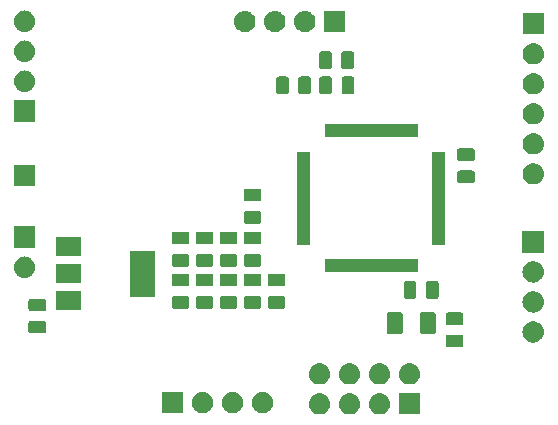
<source format=gbr>
G04 #@! TF.GenerationSoftware,KiCad,Pcbnew,5.0.2-bee76a0~70~ubuntu16.04.1*
G04 #@! TF.CreationDate,2021-02-05T17:40:51+03:00*
G04 #@! TF.ProjectId,das_auto_schema,6461735f-6175-4746-9f5f-736368656d61,rev?*
G04 #@! TF.SameCoordinates,Original*
G04 #@! TF.FileFunction,Soldermask,Top*
G04 #@! TF.FilePolarity,Negative*
%FSLAX46Y46*%
G04 Gerber Fmt 4.6, Leading zero omitted, Abs format (unit mm)*
G04 Created by KiCad (PCBNEW 5.0.2-bee76a0~70~ubuntu16.04.1) date Fr 05 Feb 2021 17:40:51 MSK*
%MOMM*%
%LPD*%
G01*
G04 APERTURE LIST*
%ADD10C,0.100000*%
G04 APERTURE END LIST*
D10*
G36*
X150046643Y-94990519D02*
X150112827Y-94997037D01*
X150223539Y-95030621D01*
X150282667Y-95048557D01*
X150421287Y-95122652D01*
X150439191Y-95132222D01*
X150474929Y-95161552D01*
X150576386Y-95244814D01*
X150659648Y-95346271D01*
X150688978Y-95382009D01*
X150688979Y-95382011D01*
X150772643Y-95538533D01*
X150772643Y-95538534D01*
X150824163Y-95708373D01*
X150841559Y-95885000D01*
X150824163Y-96061627D01*
X150789816Y-96174853D01*
X150772643Y-96231467D01*
X150743286Y-96286389D01*
X150688978Y-96387991D01*
X150659767Y-96423585D01*
X150576386Y-96525186D01*
X150474929Y-96608448D01*
X150439191Y-96637778D01*
X150439189Y-96637779D01*
X150282667Y-96721443D01*
X150226053Y-96738616D01*
X150112827Y-96772963D01*
X150046642Y-96779482D01*
X149980460Y-96786000D01*
X149891940Y-96786000D01*
X149825758Y-96779482D01*
X149759573Y-96772963D01*
X149646347Y-96738616D01*
X149589733Y-96721443D01*
X149433211Y-96637779D01*
X149433209Y-96637778D01*
X149397471Y-96608448D01*
X149296014Y-96525186D01*
X149212633Y-96423585D01*
X149183422Y-96387991D01*
X149129114Y-96286389D01*
X149099757Y-96231467D01*
X149082584Y-96174853D01*
X149048237Y-96061627D01*
X149030841Y-95885000D01*
X149048237Y-95708373D01*
X149099757Y-95538534D01*
X149099757Y-95538533D01*
X149183421Y-95382011D01*
X149183422Y-95382009D01*
X149212752Y-95346271D01*
X149296014Y-95244814D01*
X149397471Y-95161552D01*
X149433209Y-95132222D01*
X149451113Y-95122652D01*
X149589733Y-95048557D01*
X149648861Y-95030621D01*
X149759573Y-94997037D01*
X149825757Y-94990519D01*
X149891940Y-94984000D01*
X149980460Y-94984000D01*
X150046643Y-94990519D01*
X150046643Y-94990519D01*
G37*
G36*
X153377200Y-96786000D02*
X151575200Y-96786000D01*
X151575200Y-94984000D01*
X153377200Y-94984000D01*
X153377200Y-96786000D01*
X153377200Y-96786000D01*
G37*
G36*
X144966643Y-94990519D02*
X145032827Y-94997037D01*
X145143539Y-95030621D01*
X145202667Y-95048557D01*
X145341287Y-95122652D01*
X145359191Y-95132222D01*
X145394929Y-95161552D01*
X145496386Y-95244814D01*
X145579648Y-95346271D01*
X145608978Y-95382009D01*
X145608979Y-95382011D01*
X145692643Y-95538533D01*
X145692643Y-95538534D01*
X145744163Y-95708373D01*
X145761559Y-95885000D01*
X145744163Y-96061627D01*
X145709816Y-96174853D01*
X145692643Y-96231467D01*
X145663286Y-96286389D01*
X145608978Y-96387991D01*
X145579767Y-96423585D01*
X145496386Y-96525186D01*
X145394929Y-96608448D01*
X145359191Y-96637778D01*
X145359189Y-96637779D01*
X145202667Y-96721443D01*
X145146053Y-96738616D01*
X145032827Y-96772963D01*
X144966642Y-96779482D01*
X144900460Y-96786000D01*
X144811940Y-96786000D01*
X144745758Y-96779482D01*
X144679573Y-96772963D01*
X144566347Y-96738616D01*
X144509733Y-96721443D01*
X144353211Y-96637779D01*
X144353209Y-96637778D01*
X144317471Y-96608448D01*
X144216014Y-96525186D01*
X144132633Y-96423585D01*
X144103422Y-96387991D01*
X144049114Y-96286389D01*
X144019757Y-96231467D01*
X144002584Y-96174853D01*
X143968237Y-96061627D01*
X143950841Y-95885000D01*
X143968237Y-95708373D01*
X144019757Y-95538534D01*
X144019757Y-95538533D01*
X144103421Y-95382011D01*
X144103422Y-95382009D01*
X144132752Y-95346271D01*
X144216014Y-95244814D01*
X144317471Y-95161552D01*
X144353209Y-95132222D01*
X144371113Y-95122652D01*
X144509733Y-95048557D01*
X144568861Y-95030621D01*
X144679573Y-94997037D01*
X144745757Y-94990519D01*
X144811940Y-94984000D01*
X144900460Y-94984000D01*
X144966643Y-94990519D01*
X144966643Y-94990519D01*
G37*
G36*
X147506643Y-94990519D02*
X147572827Y-94997037D01*
X147683539Y-95030621D01*
X147742667Y-95048557D01*
X147881287Y-95122652D01*
X147899191Y-95132222D01*
X147934929Y-95161552D01*
X148036386Y-95244814D01*
X148119648Y-95346271D01*
X148148978Y-95382009D01*
X148148979Y-95382011D01*
X148232643Y-95538533D01*
X148232643Y-95538534D01*
X148284163Y-95708373D01*
X148301559Y-95885000D01*
X148284163Y-96061627D01*
X148249816Y-96174853D01*
X148232643Y-96231467D01*
X148203286Y-96286389D01*
X148148978Y-96387991D01*
X148119767Y-96423585D01*
X148036386Y-96525186D01*
X147934929Y-96608448D01*
X147899191Y-96637778D01*
X147899189Y-96637779D01*
X147742667Y-96721443D01*
X147686053Y-96738616D01*
X147572827Y-96772963D01*
X147506642Y-96779482D01*
X147440460Y-96786000D01*
X147351940Y-96786000D01*
X147285758Y-96779482D01*
X147219573Y-96772963D01*
X147106347Y-96738616D01*
X147049733Y-96721443D01*
X146893211Y-96637779D01*
X146893209Y-96637778D01*
X146857471Y-96608448D01*
X146756014Y-96525186D01*
X146672633Y-96423585D01*
X146643422Y-96387991D01*
X146589114Y-96286389D01*
X146559757Y-96231467D01*
X146542584Y-96174853D01*
X146508237Y-96061627D01*
X146490841Y-95885000D01*
X146508237Y-95708373D01*
X146559757Y-95538534D01*
X146559757Y-95538533D01*
X146643421Y-95382011D01*
X146643422Y-95382009D01*
X146672752Y-95346271D01*
X146756014Y-95244814D01*
X146857471Y-95161552D01*
X146893209Y-95132222D01*
X146911113Y-95122652D01*
X147049733Y-95048557D01*
X147108861Y-95030621D01*
X147219573Y-94997037D01*
X147285757Y-94990519D01*
X147351940Y-94984000D01*
X147440460Y-94984000D01*
X147506643Y-94990519D01*
X147506643Y-94990519D01*
G37*
G36*
X137600642Y-94888918D02*
X137666827Y-94895437D01*
X137780053Y-94929784D01*
X137836667Y-94946957D01*
X137975287Y-95021052D01*
X137993191Y-95030622D01*
X138028929Y-95059952D01*
X138130386Y-95143214D01*
X138213648Y-95244671D01*
X138242978Y-95280409D01*
X138242979Y-95280411D01*
X138326643Y-95436933D01*
X138326643Y-95436934D01*
X138378163Y-95606773D01*
X138395559Y-95783400D01*
X138378163Y-95960027D01*
X138347344Y-96061625D01*
X138326643Y-96129867D01*
X138272336Y-96231466D01*
X138242978Y-96286391D01*
X138213648Y-96322129D01*
X138130386Y-96423586D01*
X138028929Y-96506848D01*
X137993191Y-96536178D01*
X137993189Y-96536179D01*
X137836667Y-96619843D01*
X137780053Y-96637016D01*
X137666827Y-96671363D01*
X137600643Y-96677881D01*
X137534460Y-96684400D01*
X137445940Y-96684400D01*
X137379758Y-96677882D01*
X137313573Y-96671363D01*
X137200347Y-96637016D01*
X137143733Y-96619843D01*
X136987211Y-96536179D01*
X136987209Y-96536178D01*
X136951471Y-96506848D01*
X136850014Y-96423586D01*
X136766752Y-96322129D01*
X136737422Y-96286391D01*
X136708064Y-96231466D01*
X136653757Y-96129867D01*
X136633056Y-96061625D01*
X136602237Y-95960027D01*
X136584841Y-95783400D01*
X136602237Y-95606773D01*
X136653757Y-95436934D01*
X136653757Y-95436933D01*
X136737421Y-95280411D01*
X136737422Y-95280409D01*
X136766752Y-95244671D01*
X136850014Y-95143214D01*
X136951471Y-95059952D01*
X136987209Y-95030622D01*
X137005113Y-95021052D01*
X137143733Y-94946957D01*
X137200347Y-94929784D01*
X137313573Y-94895437D01*
X137379758Y-94888918D01*
X137445940Y-94882400D01*
X137534460Y-94882400D01*
X137600642Y-94888918D01*
X137600642Y-94888918D01*
G37*
G36*
X140140642Y-94888918D02*
X140206827Y-94895437D01*
X140320053Y-94929784D01*
X140376667Y-94946957D01*
X140515287Y-95021052D01*
X140533191Y-95030622D01*
X140568929Y-95059952D01*
X140670386Y-95143214D01*
X140753648Y-95244671D01*
X140782978Y-95280409D01*
X140782979Y-95280411D01*
X140866643Y-95436933D01*
X140866643Y-95436934D01*
X140918163Y-95606773D01*
X140935559Y-95783400D01*
X140918163Y-95960027D01*
X140887344Y-96061625D01*
X140866643Y-96129867D01*
X140812336Y-96231466D01*
X140782978Y-96286391D01*
X140753648Y-96322129D01*
X140670386Y-96423586D01*
X140568929Y-96506848D01*
X140533191Y-96536178D01*
X140533189Y-96536179D01*
X140376667Y-96619843D01*
X140320053Y-96637016D01*
X140206827Y-96671363D01*
X140140643Y-96677881D01*
X140074460Y-96684400D01*
X139985940Y-96684400D01*
X139919758Y-96677882D01*
X139853573Y-96671363D01*
X139740347Y-96637016D01*
X139683733Y-96619843D01*
X139527211Y-96536179D01*
X139527209Y-96536178D01*
X139491471Y-96506848D01*
X139390014Y-96423586D01*
X139306752Y-96322129D01*
X139277422Y-96286391D01*
X139248064Y-96231466D01*
X139193757Y-96129867D01*
X139173056Y-96061625D01*
X139142237Y-95960027D01*
X139124841Y-95783400D01*
X139142237Y-95606773D01*
X139193757Y-95436934D01*
X139193757Y-95436933D01*
X139277421Y-95280411D01*
X139277422Y-95280409D01*
X139306752Y-95244671D01*
X139390014Y-95143214D01*
X139491471Y-95059952D01*
X139527209Y-95030622D01*
X139545113Y-95021052D01*
X139683733Y-94946957D01*
X139740347Y-94929784D01*
X139853573Y-94895437D01*
X139919758Y-94888918D01*
X139985940Y-94882400D01*
X140074460Y-94882400D01*
X140140642Y-94888918D01*
X140140642Y-94888918D01*
G37*
G36*
X133311200Y-96684400D02*
X131509200Y-96684400D01*
X131509200Y-94882400D01*
X133311200Y-94882400D01*
X133311200Y-96684400D01*
X133311200Y-96684400D01*
G37*
G36*
X135060642Y-94888918D02*
X135126827Y-94895437D01*
X135240053Y-94929784D01*
X135296667Y-94946957D01*
X135435287Y-95021052D01*
X135453191Y-95030622D01*
X135488929Y-95059952D01*
X135590386Y-95143214D01*
X135673648Y-95244671D01*
X135702978Y-95280409D01*
X135702979Y-95280411D01*
X135786643Y-95436933D01*
X135786643Y-95436934D01*
X135838163Y-95606773D01*
X135855559Y-95783400D01*
X135838163Y-95960027D01*
X135807344Y-96061625D01*
X135786643Y-96129867D01*
X135732336Y-96231466D01*
X135702978Y-96286391D01*
X135673648Y-96322129D01*
X135590386Y-96423586D01*
X135488929Y-96506848D01*
X135453191Y-96536178D01*
X135453189Y-96536179D01*
X135296667Y-96619843D01*
X135240053Y-96637016D01*
X135126827Y-96671363D01*
X135060643Y-96677881D01*
X134994460Y-96684400D01*
X134905940Y-96684400D01*
X134839758Y-96677882D01*
X134773573Y-96671363D01*
X134660347Y-96637016D01*
X134603733Y-96619843D01*
X134447211Y-96536179D01*
X134447209Y-96536178D01*
X134411471Y-96506848D01*
X134310014Y-96423586D01*
X134226752Y-96322129D01*
X134197422Y-96286391D01*
X134168064Y-96231466D01*
X134113757Y-96129867D01*
X134093056Y-96061625D01*
X134062237Y-95960027D01*
X134044841Y-95783400D01*
X134062237Y-95606773D01*
X134113757Y-95436934D01*
X134113757Y-95436933D01*
X134197421Y-95280411D01*
X134197422Y-95280409D01*
X134226752Y-95244671D01*
X134310014Y-95143214D01*
X134411471Y-95059952D01*
X134447209Y-95030622D01*
X134465113Y-95021052D01*
X134603733Y-94946957D01*
X134660347Y-94929784D01*
X134773573Y-94895437D01*
X134839758Y-94888918D01*
X134905940Y-94882400D01*
X134994460Y-94882400D01*
X135060642Y-94888918D01*
X135060642Y-94888918D01*
G37*
G36*
X144966643Y-92450519D02*
X145032827Y-92457037D01*
X145146053Y-92491384D01*
X145202667Y-92508557D01*
X145341287Y-92582652D01*
X145359191Y-92592222D01*
X145394929Y-92621552D01*
X145496386Y-92704814D01*
X145579648Y-92806271D01*
X145608978Y-92842009D01*
X145608979Y-92842011D01*
X145692643Y-92998533D01*
X145692643Y-92998534D01*
X145744163Y-93168373D01*
X145761559Y-93345000D01*
X145744163Y-93521627D01*
X145709816Y-93634853D01*
X145692643Y-93691467D01*
X145618548Y-93830087D01*
X145608978Y-93847991D01*
X145579648Y-93883729D01*
X145496386Y-93985186D01*
X145394929Y-94068448D01*
X145359191Y-94097778D01*
X145359189Y-94097779D01*
X145202667Y-94181443D01*
X145146053Y-94198616D01*
X145032827Y-94232963D01*
X144966643Y-94239481D01*
X144900460Y-94246000D01*
X144811940Y-94246000D01*
X144745757Y-94239481D01*
X144679573Y-94232963D01*
X144566347Y-94198616D01*
X144509733Y-94181443D01*
X144353211Y-94097779D01*
X144353209Y-94097778D01*
X144317471Y-94068448D01*
X144216014Y-93985186D01*
X144132752Y-93883729D01*
X144103422Y-93847991D01*
X144093852Y-93830087D01*
X144019757Y-93691467D01*
X144002584Y-93634853D01*
X143968237Y-93521627D01*
X143950841Y-93345000D01*
X143968237Y-93168373D01*
X144019757Y-92998534D01*
X144019757Y-92998533D01*
X144103421Y-92842011D01*
X144103422Y-92842009D01*
X144132752Y-92806271D01*
X144216014Y-92704814D01*
X144317471Y-92621552D01*
X144353209Y-92592222D01*
X144371113Y-92582652D01*
X144509733Y-92508557D01*
X144566347Y-92491384D01*
X144679573Y-92457037D01*
X144745757Y-92450519D01*
X144811940Y-92444000D01*
X144900460Y-92444000D01*
X144966643Y-92450519D01*
X144966643Y-92450519D01*
G37*
G36*
X147506643Y-92450519D02*
X147572827Y-92457037D01*
X147686053Y-92491384D01*
X147742667Y-92508557D01*
X147881287Y-92582652D01*
X147899191Y-92592222D01*
X147934929Y-92621552D01*
X148036386Y-92704814D01*
X148119648Y-92806271D01*
X148148978Y-92842009D01*
X148148979Y-92842011D01*
X148232643Y-92998533D01*
X148232643Y-92998534D01*
X148284163Y-93168373D01*
X148301559Y-93345000D01*
X148284163Y-93521627D01*
X148249816Y-93634853D01*
X148232643Y-93691467D01*
X148158548Y-93830087D01*
X148148978Y-93847991D01*
X148119648Y-93883729D01*
X148036386Y-93985186D01*
X147934929Y-94068448D01*
X147899191Y-94097778D01*
X147899189Y-94097779D01*
X147742667Y-94181443D01*
X147686053Y-94198616D01*
X147572827Y-94232963D01*
X147506643Y-94239481D01*
X147440460Y-94246000D01*
X147351940Y-94246000D01*
X147285757Y-94239481D01*
X147219573Y-94232963D01*
X147106347Y-94198616D01*
X147049733Y-94181443D01*
X146893211Y-94097779D01*
X146893209Y-94097778D01*
X146857471Y-94068448D01*
X146756014Y-93985186D01*
X146672752Y-93883729D01*
X146643422Y-93847991D01*
X146633852Y-93830087D01*
X146559757Y-93691467D01*
X146542584Y-93634853D01*
X146508237Y-93521627D01*
X146490841Y-93345000D01*
X146508237Y-93168373D01*
X146559757Y-92998534D01*
X146559757Y-92998533D01*
X146643421Y-92842011D01*
X146643422Y-92842009D01*
X146672752Y-92806271D01*
X146756014Y-92704814D01*
X146857471Y-92621552D01*
X146893209Y-92592222D01*
X146911113Y-92582652D01*
X147049733Y-92508557D01*
X147106347Y-92491384D01*
X147219573Y-92457037D01*
X147285757Y-92450519D01*
X147351940Y-92444000D01*
X147440460Y-92444000D01*
X147506643Y-92450519D01*
X147506643Y-92450519D01*
G37*
G36*
X150046643Y-92450519D02*
X150112827Y-92457037D01*
X150226053Y-92491384D01*
X150282667Y-92508557D01*
X150421287Y-92582652D01*
X150439191Y-92592222D01*
X150474929Y-92621552D01*
X150576386Y-92704814D01*
X150659648Y-92806271D01*
X150688978Y-92842009D01*
X150688979Y-92842011D01*
X150772643Y-92998533D01*
X150772643Y-92998534D01*
X150824163Y-93168373D01*
X150841559Y-93345000D01*
X150824163Y-93521627D01*
X150789816Y-93634853D01*
X150772643Y-93691467D01*
X150698548Y-93830087D01*
X150688978Y-93847991D01*
X150659648Y-93883729D01*
X150576386Y-93985186D01*
X150474929Y-94068448D01*
X150439191Y-94097778D01*
X150439189Y-94097779D01*
X150282667Y-94181443D01*
X150226053Y-94198616D01*
X150112827Y-94232963D01*
X150046643Y-94239481D01*
X149980460Y-94246000D01*
X149891940Y-94246000D01*
X149825757Y-94239481D01*
X149759573Y-94232963D01*
X149646347Y-94198616D01*
X149589733Y-94181443D01*
X149433211Y-94097779D01*
X149433209Y-94097778D01*
X149397471Y-94068448D01*
X149296014Y-93985186D01*
X149212752Y-93883729D01*
X149183422Y-93847991D01*
X149173852Y-93830087D01*
X149099757Y-93691467D01*
X149082584Y-93634853D01*
X149048237Y-93521627D01*
X149030841Y-93345000D01*
X149048237Y-93168373D01*
X149099757Y-92998534D01*
X149099757Y-92998533D01*
X149183421Y-92842011D01*
X149183422Y-92842009D01*
X149212752Y-92806271D01*
X149296014Y-92704814D01*
X149397471Y-92621552D01*
X149433209Y-92592222D01*
X149451113Y-92582652D01*
X149589733Y-92508557D01*
X149646347Y-92491384D01*
X149759573Y-92457037D01*
X149825757Y-92450519D01*
X149891940Y-92444000D01*
X149980460Y-92444000D01*
X150046643Y-92450519D01*
X150046643Y-92450519D01*
G37*
G36*
X152586643Y-92450519D02*
X152652827Y-92457037D01*
X152766053Y-92491384D01*
X152822667Y-92508557D01*
X152961287Y-92582652D01*
X152979191Y-92592222D01*
X153014929Y-92621552D01*
X153116386Y-92704814D01*
X153199648Y-92806271D01*
X153228978Y-92842009D01*
X153228979Y-92842011D01*
X153312643Y-92998533D01*
X153312643Y-92998534D01*
X153364163Y-93168373D01*
X153381559Y-93345000D01*
X153364163Y-93521627D01*
X153329816Y-93634853D01*
X153312643Y-93691467D01*
X153238548Y-93830087D01*
X153228978Y-93847991D01*
X153199648Y-93883729D01*
X153116386Y-93985186D01*
X153014929Y-94068448D01*
X152979191Y-94097778D01*
X152979189Y-94097779D01*
X152822667Y-94181443D01*
X152766053Y-94198616D01*
X152652827Y-94232963D01*
X152586643Y-94239481D01*
X152520460Y-94246000D01*
X152431940Y-94246000D01*
X152365757Y-94239481D01*
X152299573Y-94232963D01*
X152186347Y-94198616D01*
X152129733Y-94181443D01*
X151973211Y-94097779D01*
X151973209Y-94097778D01*
X151937471Y-94068448D01*
X151836014Y-93985186D01*
X151752752Y-93883729D01*
X151723422Y-93847991D01*
X151713852Y-93830087D01*
X151639757Y-93691467D01*
X151622584Y-93634853D01*
X151588237Y-93521627D01*
X151570841Y-93345000D01*
X151588237Y-93168373D01*
X151639757Y-92998534D01*
X151639757Y-92998533D01*
X151723421Y-92842011D01*
X151723422Y-92842009D01*
X151752752Y-92806271D01*
X151836014Y-92704814D01*
X151937471Y-92621552D01*
X151973209Y-92592222D01*
X151991113Y-92582652D01*
X152129733Y-92508557D01*
X152186347Y-92491384D01*
X152299573Y-92457037D01*
X152365757Y-92450519D01*
X152431940Y-92444000D01*
X152520460Y-92444000D01*
X152586643Y-92450519D01*
X152586643Y-92450519D01*
G37*
G36*
X156870666Y-90040165D02*
X156909337Y-90051896D01*
X156944979Y-90070948D01*
X156976217Y-90096583D01*
X157001852Y-90127821D01*
X157020904Y-90163463D01*
X157032635Y-90202134D01*
X157037200Y-90248488D01*
X157037200Y-90899712D01*
X157032635Y-90946066D01*
X157020904Y-90984737D01*
X157001852Y-91020379D01*
X156976217Y-91051617D01*
X156944979Y-91077252D01*
X156909337Y-91096304D01*
X156870666Y-91108035D01*
X156824312Y-91112600D01*
X155748088Y-91112600D01*
X155701734Y-91108035D01*
X155663063Y-91096304D01*
X155627421Y-91077252D01*
X155596183Y-91051617D01*
X155570548Y-91020379D01*
X155551496Y-90984737D01*
X155539765Y-90946066D01*
X155535200Y-90899712D01*
X155535200Y-90248488D01*
X155539765Y-90202134D01*
X155551496Y-90163463D01*
X155570548Y-90127821D01*
X155596183Y-90096583D01*
X155627421Y-90070948D01*
X155663063Y-90051896D01*
X155701734Y-90040165D01*
X155748088Y-90035600D01*
X156824312Y-90035600D01*
X156870666Y-90040165D01*
X156870666Y-90040165D01*
G37*
G36*
X163051443Y-88919919D02*
X163117627Y-88926437D01*
X163226361Y-88959421D01*
X163287467Y-88977957D01*
X163367765Y-89020878D01*
X163443991Y-89061622D01*
X163471163Y-89083922D01*
X163581186Y-89174214D01*
X163664448Y-89275671D01*
X163693778Y-89311409D01*
X163693779Y-89311411D01*
X163777443Y-89467933D01*
X163777443Y-89467934D01*
X163828963Y-89637773D01*
X163846359Y-89814400D01*
X163828963Y-89991027D01*
X163809225Y-90056095D01*
X163777443Y-90160867D01*
X163703348Y-90299487D01*
X163693778Y-90317391D01*
X163664448Y-90353129D01*
X163581186Y-90454586D01*
X163479729Y-90537848D01*
X163443991Y-90567178D01*
X163443989Y-90567179D01*
X163287467Y-90650843D01*
X163230853Y-90668016D01*
X163117627Y-90702363D01*
X163051442Y-90708882D01*
X162985260Y-90715400D01*
X162896740Y-90715400D01*
X162830557Y-90708881D01*
X162764373Y-90702363D01*
X162651147Y-90668016D01*
X162594533Y-90650843D01*
X162438011Y-90567179D01*
X162438009Y-90567178D01*
X162402271Y-90537848D01*
X162300814Y-90454586D01*
X162217552Y-90353129D01*
X162188222Y-90317391D01*
X162178652Y-90299487D01*
X162104557Y-90160867D01*
X162072775Y-90056095D01*
X162053037Y-89991027D01*
X162035641Y-89814400D01*
X162053037Y-89637773D01*
X162104557Y-89467934D01*
X162104557Y-89467933D01*
X162188221Y-89311411D01*
X162188222Y-89311409D01*
X162217552Y-89275671D01*
X162300814Y-89174214D01*
X162410837Y-89083922D01*
X162438009Y-89061622D01*
X162514235Y-89020878D01*
X162594533Y-88977957D01*
X162655639Y-88959421D01*
X162764373Y-88926437D01*
X162830557Y-88919919D01*
X162896740Y-88913400D01*
X162985260Y-88913400D01*
X163051443Y-88919919D01*
X163051443Y-88919919D01*
G37*
G36*
X154547204Y-88156147D02*
X154583745Y-88167232D01*
X154617420Y-88185231D01*
X154646941Y-88209459D01*
X154671169Y-88238980D01*
X154689168Y-88272655D01*
X154700253Y-88309196D01*
X154704600Y-88353338D01*
X154704600Y-89802262D01*
X154700253Y-89846404D01*
X154689168Y-89882945D01*
X154671169Y-89916620D01*
X154646941Y-89946141D01*
X154617420Y-89970369D01*
X154583745Y-89988368D01*
X154547204Y-89999453D01*
X154503062Y-90003800D01*
X153554138Y-90003800D01*
X153509996Y-89999453D01*
X153473455Y-89988368D01*
X153439780Y-89970369D01*
X153410259Y-89946141D01*
X153386031Y-89916620D01*
X153368032Y-89882945D01*
X153356947Y-89846404D01*
X153352600Y-89802262D01*
X153352600Y-88353338D01*
X153356947Y-88309196D01*
X153368032Y-88272655D01*
X153386031Y-88238980D01*
X153410259Y-88209459D01*
X153439780Y-88185231D01*
X153473455Y-88167232D01*
X153509996Y-88156147D01*
X153554138Y-88151800D01*
X154503062Y-88151800D01*
X154547204Y-88156147D01*
X154547204Y-88156147D01*
G37*
G36*
X151747204Y-88156147D02*
X151783745Y-88167232D01*
X151817420Y-88185231D01*
X151846941Y-88209459D01*
X151871169Y-88238980D01*
X151889168Y-88272655D01*
X151900253Y-88309196D01*
X151904600Y-88353338D01*
X151904600Y-89802262D01*
X151900253Y-89846404D01*
X151889168Y-89882945D01*
X151871169Y-89916620D01*
X151846941Y-89946141D01*
X151817420Y-89970369D01*
X151783745Y-89988368D01*
X151747204Y-89999453D01*
X151703062Y-90003800D01*
X150754138Y-90003800D01*
X150709996Y-89999453D01*
X150673455Y-89988368D01*
X150639780Y-89970369D01*
X150610259Y-89946141D01*
X150586031Y-89916620D01*
X150568032Y-89882945D01*
X150556947Y-89846404D01*
X150552600Y-89802262D01*
X150552600Y-88353338D01*
X150556947Y-88309196D01*
X150568032Y-88272655D01*
X150586031Y-88238980D01*
X150610259Y-88209459D01*
X150639780Y-88185231D01*
X150673455Y-88167232D01*
X150709996Y-88156147D01*
X150754138Y-88151800D01*
X151703062Y-88151800D01*
X151747204Y-88156147D01*
X151747204Y-88156147D01*
G37*
G36*
X121551966Y-88871765D02*
X121590637Y-88883496D01*
X121626279Y-88902548D01*
X121657517Y-88928183D01*
X121683152Y-88959421D01*
X121702204Y-88995063D01*
X121713935Y-89033734D01*
X121718500Y-89080088D01*
X121718500Y-89731312D01*
X121713935Y-89777666D01*
X121702204Y-89816337D01*
X121683152Y-89851979D01*
X121657517Y-89883217D01*
X121626279Y-89908852D01*
X121590637Y-89927904D01*
X121551966Y-89939635D01*
X121505612Y-89944200D01*
X120429388Y-89944200D01*
X120383034Y-89939635D01*
X120344363Y-89927904D01*
X120308721Y-89908852D01*
X120277483Y-89883217D01*
X120251848Y-89851979D01*
X120232796Y-89816337D01*
X120221065Y-89777666D01*
X120216500Y-89731312D01*
X120216500Y-89080088D01*
X120221065Y-89033734D01*
X120232796Y-88995063D01*
X120251848Y-88959421D01*
X120277483Y-88928183D01*
X120308721Y-88902548D01*
X120344363Y-88883496D01*
X120383034Y-88871765D01*
X120429388Y-88867200D01*
X121505612Y-88867200D01*
X121551966Y-88871765D01*
X121551966Y-88871765D01*
G37*
G36*
X156870666Y-88165165D02*
X156909337Y-88176896D01*
X156944979Y-88195948D01*
X156976217Y-88221583D01*
X157001852Y-88252821D01*
X157020904Y-88288463D01*
X157032635Y-88327134D01*
X157037200Y-88373488D01*
X157037200Y-89024712D01*
X157032635Y-89071066D01*
X157020904Y-89109737D01*
X157001852Y-89145379D01*
X156976217Y-89176617D01*
X156944979Y-89202252D01*
X156909337Y-89221304D01*
X156870666Y-89233035D01*
X156824312Y-89237600D01*
X155748088Y-89237600D01*
X155701734Y-89233035D01*
X155663063Y-89221304D01*
X155627421Y-89202252D01*
X155596183Y-89176617D01*
X155570548Y-89145379D01*
X155551496Y-89109737D01*
X155539765Y-89071066D01*
X155535200Y-89024712D01*
X155535200Y-88373488D01*
X155539765Y-88327134D01*
X155551496Y-88288463D01*
X155570548Y-88252821D01*
X155596183Y-88221583D01*
X155627421Y-88195948D01*
X155663063Y-88176896D01*
X155701734Y-88165165D01*
X155748088Y-88160600D01*
X156824312Y-88160600D01*
X156870666Y-88165165D01*
X156870666Y-88165165D01*
G37*
G36*
X163051443Y-86379919D02*
X163117627Y-86386437D01*
X163230853Y-86420784D01*
X163287467Y-86437957D01*
X163426087Y-86512052D01*
X163443991Y-86521622D01*
X163479729Y-86550952D01*
X163581186Y-86634214D01*
X163664448Y-86735671D01*
X163693778Y-86771409D01*
X163693779Y-86771411D01*
X163777443Y-86927933D01*
X163790776Y-86971888D01*
X163828963Y-87097773D01*
X163846359Y-87274400D01*
X163828963Y-87451027D01*
X163794616Y-87564253D01*
X163777443Y-87620867D01*
X163726412Y-87716337D01*
X163693778Y-87777391D01*
X163675264Y-87799950D01*
X163581186Y-87914586D01*
X163488879Y-87990339D01*
X163443991Y-88027178D01*
X163443989Y-88027179D01*
X163287467Y-88110843D01*
X163230853Y-88128016D01*
X163117627Y-88162363D01*
X163068190Y-88167232D01*
X162985260Y-88175400D01*
X162896740Y-88175400D01*
X162813810Y-88167232D01*
X162764373Y-88162363D01*
X162651147Y-88128016D01*
X162594533Y-88110843D01*
X162438011Y-88027179D01*
X162438009Y-88027178D01*
X162393121Y-87990339D01*
X162300814Y-87914586D01*
X162206736Y-87799950D01*
X162188222Y-87777391D01*
X162155588Y-87716337D01*
X162104557Y-87620867D01*
X162087384Y-87564253D01*
X162053037Y-87451027D01*
X162035641Y-87274400D01*
X162053037Y-87097773D01*
X162091224Y-86971888D01*
X162104557Y-86927933D01*
X162188221Y-86771411D01*
X162188222Y-86771409D01*
X162217552Y-86735671D01*
X162300814Y-86634214D01*
X162402271Y-86550952D01*
X162438009Y-86521622D01*
X162455913Y-86512052D01*
X162594533Y-86437957D01*
X162651147Y-86420784D01*
X162764373Y-86386437D01*
X162830557Y-86379919D01*
X162896740Y-86373400D01*
X162985260Y-86373400D01*
X163051443Y-86379919D01*
X163051443Y-86379919D01*
G37*
G36*
X121551966Y-86996765D02*
X121590637Y-87008496D01*
X121626279Y-87027548D01*
X121657517Y-87053183D01*
X121683152Y-87084421D01*
X121702204Y-87120063D01*
X121713935Y-87158734D01*
X121718500Y-87205088D01*
X121718500Y-87856312D01*
X121713935Y-87902666D01*
X121702204Y-87941337D01*
X121683152Y-87976979D01*
X121657517Y-88008217D01*
X121626279Y-88033852D01*
X121590637Y-88052904D01*
X121551966Y-88064635D01*
X121505612Y-88069200D01*
X120429388Y-88069200D01*
X120383034Y-88064635D01*
X120344363Y-88052904D01*
X120308721Y-88033852D01*
X120277483Y-88008217D01*
X120251848Y-87976979D01*
X120232796Y-87941337D01*
X120221065Y-87902666D01*
X120216500Y-87856312D01*
X120216500Y-87205088D01*
X120221065Y-87158734D01*
X120232796Y-87120063D01*
X120251848Y-87084421D01*
X120277483Y-87053183D01*
X120308721Y-87027548D01*
X120344363Y-87008496D01*
X120383034Y-86996765D01*
X120429388Y-86992200D01*
X121505612Y-86992200D01*
X121551966Y-86996765D01*
X121551966Y-86996765D01*
G37*
G36*
X124647000Y-87975100D02*
X122545000Y-87975100D01*
X122545000Y-86373100D01*
X124647000Y-86373100D01*
X124647000Y-87975100D01*
X124647000Y-87975100D01*
G37*
G36*
X139776466Y-86763565D02*
X139815137Y-86775296D01*
X139850779Y-86794348D01*
X139882017Y-86819983D01*
X139907652Y-86851221D01*
X139926704Y-86886863D01*
X139938435Y-86925534D01*
X139943000Y-86971888D01*
X139943000Y-87623112D01*
X139938435Y-87669466D01*
X139926704Y-87708137D01*
X139907652Y-87743779D01*
X139882017Y-87775017D01*
X139850779Y-87800652D01*
X139815137Y-87819704D01*
X139776466Y-87831435D01*
X139730112Y-87836000D01*
X138653888Y-87836000D01*
X138607534Y-87831435D01*
X138568863Y-87819704D01*
X138533221Y-87800652D01*
X138501983Y-87775017D01*
X138476348Y-87743779D01*
X138457296Y-87708137D01*
X138445565Y-87669466D01*
X138441000Y-87623112D01*
X138441000Y-86971888D01*
X138445565Y-86925534D01*
X138457296Y-86886863D01*
X138476348Y-86851221D01*
X138501983Y-86819983D01*
X138533221Y-86794348D01*
X138568863Y-86775296D01*
X138607534Y-86763565D01*
X138653888Y-86759000D01*
X139730112Y-86759000D01*
X139776466Y-86763565D01*
X139776466Y-86763565D01*
G37*
G36*
X137744466Y-86763565D02*
X137783137Y-86775296D01*
X137818779Y-86794348D01*
X137850017Y-86819983D01*
X137875652Y-86851221D01*
X137894704Y-86886863D01*
X137906435Y-86925534D01*
X137911000Y-86971888D01*
X137911000Y-87623112D01*
X137906435Y-87669466D01*
X137894704Y-87708137D01*
X137875652Y-87743779D01*
X137850017Y-87775017D01*
X137818779Y-87800652D01*
X137783137Y-87819704D01*
X137744466Y-87831435D01*
X137698112Y-87836000D01*
X136621888Y-87836000D01*
X136575534Y-87831435D01*
X136536863Y-87819704D01*
X136501221Y-87800652D01*
X136469983Y-87775017D01*
X136444348Y-87743779D01*
X136425296Y-87708137D01*
X136413565Y-87669466D01*
X136409000Y-87623112D01*
X136409000Y-86971888D01*
X136413565Y-86925534D01*
X136425296Y-86886863D01*
X136444348Y-86851221D01*
X136469983Y-86819983D01*
X136501221Y-86794348D01*
X136536863Y-86775296D01*
X136575534Y-86763565D01*
X136621888Y-86759000D01*
X137698112Y-86759000D01*
X137744466Y-86763565D01*
X137744466Y-86763565D01*
G37*
G36*
X133680466Y-86763565D02*
X133719137Y-86775296D01*
X133754779Y-86794348D01*
X133786017Y-86819983D01*
X133811652Y-86851221D01*
X133830704Y-86886863D01*
X133842435Y-86925534D01*
X133847000Y-86971888D01*
X133847000Y-87623112D01*
X133842435Y-87669466D01*
X133830704Y-87708137D01*
X133811652Y-87743779D01*
X133786017Y-87775017D01*
X133754779Y-87800652D01*
X133719137Y-87819704D01*
X133680466Y-87831435D01*
X133634112Y-87836000D01*
X132557888Y-87836000D01*
X132511534Y-87831435D01*
X132472863Y-87819704D01*
X132437221Y-87800652D01*
X132405983Y-87775017D01*
X132380348Y-87743779D01*
X132361296Y-87708137D01*
X132349565Y-87669466D01*
X132345000Y-87623112D01*
X132345000Y-86971888D01*
X132349565Y-86925534D01*
X132361296Y-86886863D01*
X132380348Y-86851221D01*
X132405983Y-86819983D01*
X132437221Y-86794348D01*
X132472863Y-86775296D01*
X132511534Y-86763565D01*
X132557888Y-86759000D01*
X133634112Y-86759000D01*
X133680466Y-86763565D01*
X133680466Y-86763565D01*
G37*
G36*
X135712466Y-86763565D02*
X135751137Y-86775296D01*
X135786779Y-86794348D01*
X135818017Y-86819983D01*
X135843652Y-86851221D01*
X135862704Y-86886863D01*
X135874435Y-86925534D01*
X135879000Y-86971888D01*
X135879000Y-87623112D01*
X135874435Y-87669466D01*
X135862704Y-87708137D01*
X135843652Y-87743779D01*
X135818017Y-87775017D01*
X135786779Y-87800652D01*
X135751137Y-87819704D01*
X135712466Y-87831435D01*
X135666112Y-87836000D01*
X134589888Y-87836000D01*
X134543534Y-87831435D01*
X134504863Y-87819704D01*
X134469221Y-87800652D01*
X134437983Y-87775017D01*
X134412348Y-87743779D01*
X134393296Y-87708137D01*
X134381565Y-87669466D01*
X134377000Y-87623112D01*
X134377000Y-86971888D01*
X134381565Y-86925534D01*
X134393296Y-86886863D01*
X134412348Y-86851221D01*
X134437983Y-86819983D01*
X134469221Y-86794348D01*
X134504863Y-86775296D01*
X134543534Y-86763565D01*
X134589888Y-86759000D01*
X135666112Y-86759000D01*
X135712466Y-86763565D01*
X135712466Y-86763565D01*
G37*
G36*
X141808466Y-86763565D02*
X141847137Y-86775296D01*
X141882779Y-86794348D01*
X141914017Y-86819983D01*
X141939652Y-86851221D01*
X141958704Y-86886863D01*
X141970435Y-86925534D01*
X141975000Y-86971888D01*
X141975000Y-87623112D01*
X141970435Y-87669466D01*
X141958704Y-87708137D01*
X141939652Y-87743779D01*
X141914017Y-87775017D01*
X141882779Y-87800652D01*
X141847137Y-87819704D01*
X141808466Y-87831435D01*
X141762112Y-87836000D01*
X140685888Y-87836000D01*
X140639534Y-87831435D01*
X140600863Y-87819704D01*
X140565221Y-87800652D01*
X140533983Y-87775017D01*
X140508348Y-87743779D01*
X140489296Y-87708137D01*
X140477565Y-87669466D01*
X140473000Y-87623112D01*
X140473000Y-86971888D01*
X140477565Y-86925534D01*
X140489296Y-86886863D01*
X140508348Y-86851221D01*
X140533983Y-86819983D01*
X140565221Y-86794348D01*
X140600863Y-86775296D01*
X140639534Y-86763565D01*
X140685888Y-86759000D01*
X141762112Y-86759000D01*
X141808466Y-86763565D01*
X141808466Y-86763565D01*
G37*
G36*
X154776267Y-85511965D02*
X154814938Y-85523696D01*
X154850580Y-85542748D01*
X154881818Y-85568383D01*
X154907453Y-85599621D01*
X154926505Y-85635263D01*
X154938236Y-85673934D01*
X154942801Y-85720288D01*
X154942801Y-86796512D01*
X154938236Y-86842866D01*
X154926505Y-86881537D01*
X154907453Y-86917179D01*
X154881818Y-86948417D01*
X154850580Y-86974052D01*
X154814938Y-86993104D01*
X154776267Y-87004835D01*
X154729913Y-87009400D01*
X154078689Y-87009400D01*
X154032335Y-87004835D01*
X153993664Y-86993104D01*
X153958022Y-86974052D01*
X153926784Y-86948417D01*
X153901149Y-86917179D01*
X153882097Y-86881537D01*
X153870366Y-86842866D01*
X153865801Y-86796512D01*
X153865801Y-85720288D01*
X153870366Y-85673934D01*
X153882097Y-85635263D01*
X153901149Y-85599621D01*
X153926784Y-85568383D01*
X153958022Y-85542748D01*
X153993664Y-85523696D01*
X154032335Y-85511965D01*
X154078689Y-85507400D01*
X154729913Y-85507400D01*
X154776267Y-85511965D01*
X154776267Y-85511965D01*
G37*
G36*
X152901265Y-85511965D02*
X152939936Y-85523696D01*
X152975578Y-85542748D01*
X153006816Y-85568383D01*
X153032451Y-85599621D01*
X153051503Y-85635263D01*
X153063234Y-85673934D01*
X153067799Y-85720288D01*
X153067799Y-86796512D01*
X153063234Y-86842866D01*
X153051503Y-86881537D01*
X153032451Y-86917179D01*
X153006816Y-86948417D01*
X152975578Y-86974052D01*
X152939936Y-86993104D01*
X152901265Y-87004835D01*
X152854911Y-87009400D01*
X152203687Y-87009400D01*
X152157333Y-87004835D01*
X152118662Y-86993104D01*
X152083020Y-86974052D01*
X152051782Y-86948417D01*
X152026147Y-86917179D01*
X152007095Y-86881537D01*
X151995364Y-86842866D01*
X151990799Y-86796512D01*
X151990799Y-85720288D01*
X151995364Y-85673934D01*
X152007095Y-85635263D01*
X152026147Y-85599621D01*
X152051782Y-85568383D01*
X152083020Y-85542748D01*
X152118662Y-85523696D01*
X152157333Y-85511965D01*
X152203687Y-85507400D01*
X152854911Y-85507400D01*
X152901265Y-85511965D01*
X152901265Y-85511965D01*
G37*
G36*
X130947000Y-86825100D02*
X128845000Y-86825100D01*
X128845000Y-82923100D01*
X130947000Y-82923100D01*
X130947000Y-86825100D01*
X130947000Y-86825100D01*
G37*
G36*
X137744466Y-84888565D02*
X137783137Y-84900296D01*
X137818779Y-84919348D01*
X137850017Y-84944983D01*
X137875652Y-84976221D01*
X137894704Y-85011863D01*
X137906435Y-85050534D01*
X137911000Y-85096888D01*
X137911000Y-85748112D01*
X137906435Y-85794466D01*
X137894704Y-85833137D01*
X137875652Y-85868779D01*
X137850017Y-85900017D01*
X137818779Y-85925652D01*
X137783137Y-85944704D01*
X137744466Y-85956435D01*
X137698112Y-85961000D01*
X136621888Y-85961000D01*
X136575534Y-85956435D01*
X136536863Y-85944704D01*
X136501221Y-85925652D01*
X136469983Y-85900017D01*
X136444348Y-85868779D01*
X136425296Y-85833137D01*
X136413565Y-85794466D01*
X136409000Y-85748112D01*
X136409000Y-85096888D01*
X136413565Y-85050534D01*
X136425296Y-85011863D01*
X136444348Y-84976221D01*
X136469983Y-84944983D01*
X136501221Y-84919348D01*
X136536863Y-84900296D01*
X136575534Y-84888565D01*
X136621888Y-84884000D01*
X137698112Y-84884000D01*
X137744466Y-84888565D01*
X137744466Y-84888565D01*
G37*
G36*
X135712466Y-84888565D02*
X135751137Y-84900296D01*
X135786779Y-84919348D01*
X135818017Y-84944983D01*
X135843652Y-84976221D01*
X135862704Y-85011863D01*
X135874435Y-85050534D01*
X135879000Y-85096888D01*
X135879000Y-85748112D01*
X135874435Y-85794466D01*
X135862704Y-85833137D01*
X135843652Y-85868779D01*
X135818017Y-85900017D01*
X135786779Y-85925652D01*
X135751137Y-85944704D01*
X135712466Y-85956435D01*
X135666112Y-85961000D01*
X134589888Y-85961000D01*
X134543534Y-85956435D01*
X134504863Y-85944704D01*
X134469221Y-85925652D01*
X134437983Y-85900017D01*
X134412348Y-85868779D01*
X134393296Y-85833137D01*
X134381565Y-85794466D01*
X134377000Y-85748112D01*
X134377000Y-85096888D01*
X134381565Y-85050534D01*
X134393296Y-85011863D01*
X134412348Y-84976221D01*
X134437983Y-84944983D01*
X134469221Y-84919348D01*
X134504863Y-84900296D01*
X134543534Y-84888565D01*
X134589888Y-84884000D01*
X135666112Y-84884000D01*
X135712466Y-84888565D01*
X135712466Y-84888565D01*
G37*
G36*
X139776466Y-84888565D02*
X139815137Y-84900296D01*
X139850779Y-84919348D01*
X139882017Y-84944983D01*
X139907652Y-84976221D01*
X139926704Y-85011863D01*
X139938435Y-85050534D01*
X139943000Y-85096888D01*
X139943000Y-85748112D01*
X139938435Y-85794466D01*
X139926704Y-85833137D01*
X139907652Y-85868779D01*
X139882017Y-85900017D01*
X139850779Y-85925652D01*
X139815137Y-85944704D01*
X139776466Y-85956435D01*
X139730112Y-85961000D01*
X138653888Y-85961000D01*
X138607534Y-85956435D01*
X138568863Y-85944704D01*
X138533221Y-85925652D01*
X138501983Y-85900017D01*
X138476348Y-85868779D01*
X138457296Y-85833137D01*
X138445565Y-85794466D01*
X138441000Y-85748112D01*
X138441000Y-85096888D01*
X138445565Y-85050534D01*
X138457296Y-85011863D01*
X138476348Y-84976221D01*
X138501983Y-84944983D01*
X138533221Y-84919348D01*
X138568863Y-84900296D01*
X138607534Y-84888565D01*
X138653888Y-84884000D01*
X139730112Y-84884000D01*
X139776466Y-84888565D01*
X139776466Y-84888565D01*
G37*
G36*
X141808466Y-84888565D02*
X141847137Y-84900296D01*
X141882779Y-84919348D01*
X141914017Y-84944983D01*
X141939652Y-84976221D01*
X141958704Y-85011863D01*
X141970435Y-85050534D01*
X141975000Y-85096888D01*
X141975000Y-85748112D01*
X141970435Y-85794466D01*
X141958704Y-85833137D01*
X141939652Y-85868779D01*
X141914017Y-85900017D01*
X141882779Y-85925652D01*
X141847137Y-85944704D01*
X141808466Y-85956435D01*
X141762112Y-85961000D01*
X140685888Y-85961000D01*
X140639534Y-85956435D01*
X140600863Y-85944704D01*
X140565221Y-85925652D01*
X140533983Y-85900017D01*
X140508348Y-85868779D01*
X140489296Y-85833137D01*
X140477565Y-85794466D01*
X140473000Y-85748112D01*
X140473000Y-85096888D01*
X140477565Y-85050534D01*
X140489296Y-85011863D01*
X140508348Y-84976221D01*
X140533983Y-84944983D01*
X140565221Y-84919348D01*
X140600863Y-84900296D01*
X140639534Y-84888565D01*
X140685888Y-84884000D01*
X141762112Y-84884000D01*
X141808466Y-84888565D01*
X141808466Y-84888565D01*
G37*
G36*
X133680466Y-84888565D02*
X133719137Y-84900296D01*
X133754779Y-84919348D01*
X133786017Y-84944983D01*
X133811652Y-84976221D01*
X133830704Y-85011863D01*
X133842435Y-85050534D01*
X133847000Y-85096888D01*
X133847000Y-85748112D01*
X133842435Y-85794466D01*
X133830704Y-85833137D01*
X133811652Y-85868779D01*
X133786017Y-85900017D01*
X133754779Y-85925652D01*
X133719137Y-85944704D01*
X133680466Y-85956435D01*
X133634112Y-85961000D01*
X132557888Y-85961000D01*
X132511534Y-85956435D01*
X132472863Y-85944704D01*
X132437221Y-85925652D01*
X132405983Y-85900017D01*
X132380348Y-85868779D01*
X132361296Y-85833137D01*
X132349565Y-85794466D01*
X132345000Y-85748112D01*
X132345000Y-85096888D01*
X132349565Y-85050534D01*
X132361296Y-85011863D01*
X132380348Y-84976221D01*
X132405983Y-84944983D01*
X132437221Y-84919348D01*
X132472863Y-84900296D01*
X132511534Y-84888565D01*
X132557888Y-84884000D01*
X133634112Y-84884000D01*
X133680466Y-84888565D01*
X133680466Y-84888565D01*
G37*
G36*
X124647000Y-85675100D02*
X122545000Y-85675100D01*
X122545000Y-84073100D01*
X124647000Y-84073100D01*
X124647000Y-85675100D01*
X124647000Y-85675100D01*
G37*
G36*
X163051443Y-83839919D02*
X163117627Y-83846437D01*
X163230853Y-83880784D01*
X163287467Y-83897957D01*
X163426087Y-83972052D01*
X163443991Y-83981622D01*
X163479483Y-84010750D01*
X163581186Y-84094214D01*
X163657972Y-84187779D01*
X163693778Y-84231409D01*
X163693779Y-84231411D01*
X163777443Y-84387933D01*
X163777443Y-84387934D01*
X163828963Y-84557773D01*
X163846359Y-84734400D01*
X163828963Y-84911027D01*
X163800862Y-85003663D01*
X163777443Y-85080867D01*
X163768879Y-85096888D01*
X163693778Y-85237391D01*
X163664448Y-85273129D01*
X163581186Y-85374586D01*
X163479729Y-85457848D01*
X163443991Y-85487178D01*
X163443989Y-85487179D01*
X163287467Y-85570843D01*
X163236640Y-85586261D01*
X163117627Y-85622363D01*
X163069906Y-85627063D01*
X162985260Y-85635400D01*
X162896740Y-85635400D01*
X162812094Y-85627063D01*
X162764373Y-85622363D01*
X162645360Y-85586261D01*
X162594533Y-85570843D01*
X162438011Y-85487179D01*
X162438009Y-85487178D01*
X162402271Y-85457848D01*
X162300814Y-85374586D01*
X162217552Y-85273129D01*
X162188222Y-85237391D01*
X162113121Y-85096888D01*
X162104557Y-85080867D01*
X162081138Y-85003663D01*
X162053037Y-84911027D01*
X162035641Y-84734400D01*
X162053037Y-84557773D01*
X162104557Y-84387934D01*
X162104557Y-84387933D01*
X162188221Y-84231411D01*
X162188222Y-84231409D01*
X162224028Y-84187779D01*
X162300814Y-84094214D01*
X162402517Y-84010750D01*
X162438009Y-83981622D01*
X162455913Y-83972052D01*
X162594533Y-83897957D01*
X162651147Y-83880784D01*
X162764373Y-83846437D01*
X162830557Y-83839919D01*
X162896740Y-83833400D01*
X162985260Y-83833400D01*
X163051443Y-83839919D01*
X163051443Y-83839919D01*
G37*
G36*
X119998443Y-83433519D02*
X120064627Y-83440037D01*
X120170819Y-83472250D01*
X120234467Y-83491557D01*
X120373087Y-83565652D01*
X120390991Y-83575222D01*
X120426729Y-83604552D01*
X120528186Y-83687814D01*
X120611448Y-83789271D01*
X120640778Y-83825009D01*
X120640779Y-83825011D01*
X120724443Y-83981533D01*
X120724470Y-83981622D01*
X120775963Y-84151373D01*
X120793359Y-84328000D01*
X120775963Y-84504627D01*
X120741616Y-84617853D01*
X120724443Y-84674467D01*
X120691018Y-84737000D01*
X120640778Y-84830991D01*
X120611448Y-84866729D01*
X120528186Y-84968186D01*
X120428236Y-85050212D01*
X120390991Y-85080778D01*
X120390989Y-85080779D01*
X120234467Y-85164443D01*
X120177853Y-85181616D01*
X120064627Y-85215963D01*
X119998443Y-85222481D01*
X119932260Y-85229000D01*
X119843740Y-85229000D01*
X119777557Y-85222481D01*
X119711373Y-85215963D01*
X119598147Y-85181616D01*
X119541533Y-85164443D01*
X119385011Y-85080779D01*
X119385009Y-85080778D01*
X119347764Y-85050212D01*
X119247814Y-84968186D01*
X119164552Y-84866729D01*
X119135222Y-84830991D01*
X119084982Y-84737000D01*
X119051557Y-84674467D01*
X119034384Y-84617853D01*
X119000037Y-84504627D01*
X118982641Y-84328000D01*
X119000037Y-84151373D01*
X119051530Y-83981622D01*
X119051557Y-83981533D01*
X119135221Y-83825011D01*
X119135222Y-83825009D01*
X119164552Y-83789271D01*
X119247814Y-83687814D01*
X119349271Y-83604552D01*
X119385009Y-83575222D01*
X119402913Y-83565652D01*
X119541533Y-83491557D01*
X119605181Y-83472250D01*
X119711373Y-83440037D01*
X119777557Y-83433519D01*
X119843740Y-83427000D01*
X119932260Y-83427000D01*
X119998443Y-83433519D01*
X119998443Y-83433519D01*
G37*
G36*
X153163700Y-84737000D02*
X145311700Y-84737000D01*
X145311700Y-83635000D01*
X153163700Y-83635000D01*
X153163700Y-84737000D01*
X153163700Y-84737000D01*
G37*
G36*
X139776466Y-83207565D02*
X139815137Y-83219296D01*
X139850779Y-83238348D01*
X139882017Y-83263983D01*
X139907652Y-83295221D01*
X139926704Y-83330863D01*
X139938435Y-83369534D01*
X139943000Y-83415888D01*
X139943000Y-84067112D01*
X139938435Y-84113466D01*
X139926704Y-84152137D01*
X139907652Y-84187779D01*
X139882017Y-84219017D01*
X139850779Y-84244652D01*
X139815137Y-84263704D01*
X139776466Y-84275435D01*
X139730112Y-84280000D01*
X138653888Y-84280000D01*
X138607534Y-84275435D01*
X138568863Y-84263704D01*
X138533221Y-84244652D01*
X138501983Y-84219017D01*
X138476348Y-84187779D01*
X138457296Y-84152137D01*
X138445565Y-84113466D01*
X138441000Y-84067112D01*
X138441000Y-83415888D01*
X138445565Y-83369534D01*
X138457296Y-83330863D01*
X138476348Y-83295221D01*
X138501983Y-83263983D01*
X138533221Y-83238348D01*
X138568863Y-83219296D01*
X138607534Y-83207565D01*
X138653888Y-83203000D01*
X139730112Y-83203000D01*
X139776466Y-83207565D01*
X139776466Y-83207565D01*
G37*
G36*
X133680466Y-83207565D02*
X133719137Y-83219296D01*
X133754779Y-83238348D01*
X133786017Y-83263983D01*
X133811652Y-83295221D01*
X133830704Y-83330863D01*
X133842435Y-83369534D01*
X133847000Y-83415888D01*
X133847000Y-84067112D01*
X133842435Y-84113466D01*
X133830704Y-84152137D01*
X133811652Y-84187779D01*
X133786017Y-84219017D01*
X133754779Y-84244652D01*
X133719137Y-84263704D01*
X133680466Y-84275435D01*
X133634112Y-84280000D01*
X132557888Y-84280000D01*
X132511534Y-84275435D01*
X132472863Y-84263704D01*
X132437221Y-84244652D01*
X132405983Y-84219017D01*
X132380348Y-84187779D01*
X132361296Y-84152137D01*
X132349565Y-84113466D01*
X132345000Y-84067112D01*
X132345000Y-83415888D01*
X132349565Y-83369534D01*
X132361296Y-83330863D01*
X132380348Y-83295221D01*
X132405983Y-83263983D01*
X132437221Y-83238348D01*
X132472863Y-83219296D01*
X132511534Y-83207565D01*
X132557888Y-83203000D01*
X133634112Y-83203000D01*
X133680466Y-83207565D01*
X133680466Y-83207565D01*
G37*
G36*
X137744466Y-83207565D02*
X137783137Y-83219296D01*
X137818779Y-83238348D01*
X137850017Y-83263983D01*
X137875652Y-83295221D01*
X137894704Y-83330863D01*
X137906435Y-83369534D01*
X137911000Y-83415888D01*
X137911000Y-84067112D01*
X137906435Y-84113466D01*
X137894704Y-84152137D01*
X137875652Y-84187779D01*
X137850017Y-84219017D01*
X137818779Y-84244652D01*
X137783137Y-84263704D01*
X137744466Y-84275435D01*
X137698112Y-84280000D01*
X136621888Y-84280000D01*
X136575534Y-84275435D01*
X136536863Y-84263704D01*
X136501221Y-84244652D01*
X136469983Y-84219017D01*
X136444348Y-84187779D01*
X136425296Y-84152137D01*
X136413565Y-84113466D01*
X136409000Y-84067112D01*
X136409000Y-83415888D01*
X136413565Y-83369534D01*
X136425296Y-83330863D01*
X136444348Y-83295221D01*
X136469983Y-83263983D01*
X136501221Y-83238348D01*
X136536863Y-83219296D01*
X136575534Y-83207565D01*
X136621888Y-83203000D01*
X137698112Y-83203000D01*
X137744466Y-83207565D01*
X137744466Y-83207565D01*
G37*
G36*
X135712466Y-83207565D02*
X135751137Y-83219296D01*
X135786779Y-83238348D01*
X135818017Y-83263983D01*
X135843652Y-83295221D01*
X135862704Y-83330863D01*
X135874435Y-83369534D01*
X135879000Y-83415888D01*
X135879000Y-84067112D01*
X135874435Y-84113466D01*
X135862704Y-84152137D01*
X135843652Y-84187779D01*
X135818017Y-84219017D01*
X135786779Y-84244652D01*
X135751137Y-84263704D01*
X135712466Y-84275435D01*
X135666112Y-84280000D01*
X134589888Y-84280000D01*
X134543534Y-84275435D01*
X134504863Y-84263704D01*
X134469221Y-84244652D01*
X134437983Y-84219017D01*
X134412348Y-84187779D01*
X134393296Y-84152137D01*
X134381565Y-84113466D01*
X134377000Y-84067112D01*
X134377000Y-83415888D01*
X134381565Y-83369534D01*
X134393296Y-83330863D01*
X134412348Y-83295221D01*
X134437983Y-83263983D01*
X134469221Y-83238348D01*
X134504863Y-83219296D01*
X134543534Y-83207565D01*
X134589888Y-83203000D01*
X135666112Y-83203000D01*
X135712466Y-83207565D01*
X135712466Y-83207565D01*
G37*
G36*
X124647000Y-83375100D02*
X122545000Y-83375100D01*
X122545000Y-81773100D01*
X124647000Y-81773100D01*
X124647000Y-83375100D01*
X124647000Y-83375100D01*
G37*
G36*
X163842000Y-83095400D02*
X162040000Y-83095400D01*
X162040000Y-81293400D01*
X163842000Y-81293400D01*
X163842000Y-83095400D01*
X163842000Y-83095400D01*
G37*
G36*
X120789000Y-82689000D02*
X118987000Y-82689000D01*
X118987000Y-80887000D01*
X120789000Y-80887000D01*
X120789000Y-82689000D01*
X120789000Y-82689000D01*
G37*
G36*
X144088700Y-82412000D02*
X142986700Y-82412000D01*
X142986700Y-74560000D01*
X144088700Y-74560000D01*
X144088700Y-82412000D01*
X144088700Y-82412000D01*
G37*
G36*
X155488700Y-82412000D02*
X154386700Y-82412000D01*
X154386700Y-74560000D01*
X155488700Y-74560000D01*
X155488700Y-82412000D01*
X155488700Y-82412000D01*
G37*
G36*
X135712466Y-81332565D02*
X135751137Y-81344296D01*
X135786779Y-81363348D01*
X135818017Y-81388983D01*
X135843652Y-81420221D01*
X135862704Y-81455863D01*
X135874435Y-81494534D01*
X135879000Y-81540888D01*
X135879000Y-82192112D01*
X135874435Y-82238466D01*
X135862704Y-82277137D01*
X135843652Y-82312779D01*
X135818017Y-82344017D01*
X135786779Y-82369652D01*
X135751137Y-82388704D01*
X135712466Y-82400435D01*
X135666112Y-82405000D01*
X134589888Y-82405000D01*
X134543534Y-82400435D01*
X134504863Y-82388704D01*
X134469221Y-82369652D01*
X134437983Y-82344017D01*
X134412348Y-82312779D01*
X134393296Y-82277137D01*
X134381565Y-82238466D01*
X134377000Y-82192112D01*
X134377000Y-81540888D01*
X134381565Y-81494534D01*
X134393296Y-81455863D01*
X134412348Y-81420221D01*
X134437983Y-81388983D01*
X134469221Y-81363348D01*
X134504863Y-81344296D01*
X134543534Y-81332565D01*
X134589888Y-81328000D01*
X135666112Y-81328000D01*
X135712466Y-81332565D01*
X135712466Y-81332565D01*
G37*
G36*
X139776466Y-81332565D02*
X139815137Y-81344296D01*
X139850779Y-81363348D01*
X139882017Y-81388983D01*
X139907652Y-81420221D01*
X139926704Y-81455863D01*
X139938435Y-81494534D01*
X139943000Y-81540888D01*
X139943000Y-82192112D01*
X139938435Y-82238466D01*
X139926704Y-82277137D01*
X139907652Y-82312779D01*
X139882017Y-82344017D01*
X139850779Y-82369652D01*
X139815137Y-82388704D01*
X139776466Y-82400435D01*
X139730112Y-82405000D01*
X138653888Y-82405000D01*
X138607534Y-82400435D01*
X138568863Y-82388704D01*
X138533221Y-82369652D01*
X138501983Y-82344017D01*
X138476348Y-82312779D01*
X138457296Y-82277137D01*
X138445565Y-82238466D01*
X138441000Y-82192112D01*
X138441000Y-81540888D01*
X138445565Y-81494534D01*
X138457296Y-81455863D01*
X138476348Y-81420221D01*
X138501983Y-81388983D01*
X138533221Y-81363348D01*
X138568863Y-81344296D01*
X138607534Y-81332565D01*
X138653888Y-81328000D01*
X139730112Y-81328000D01*
X139776466Y-81332565D01*
X139776466Y-81332565D01*
G37*
G36*
X133680466Y-81332565D02*
X133719137Y-81344296D01*
X133754779Y-81363348D01*
X133786017Y-81388983D01*
X133811652Y-81420221D01*
X133830704Y-81455863D01*
X133842435Y-81494534D01*
X133847000Y-81540888D01*
X133847000Y-82192112D01*
X133842435Y-82238466D01*
X133830704Y-82277137D01*
X133811652Y-82312779D01*
X133786017Y-82344017D01*
X133754779Y-82369652D01*
X133719137Y-82388704D01*
X133680466Y-82400435D01*
X133634112Y-82405000D01*
X132557888Y-82405000D01*
X132511534Y-82400435D01*
X132472863Y-82388704D01*
X132437221Y-82369652D01*
X132405983Y-82344017D01*
X132380348Y-82312779D01*
X132361296Y-82277137D01*
X132349565Y-82238466D01*
X132345000Y-82192112D01*
X132345000Y-81540888D01*
X132349565Y-81494534D01*
X132361296Y-81455863D01*
X132380348Y-81420221D01*
X132405983Y-81388983D01*
X132437221Y-81363348D01*
X132472863Y-81344296D01*
X132511534Y-81332565D01*
X132557888Y-81328000D01*
X133634112Y-81328000D01*
X133680466Y-81332565D01*
X133680466Y-81332565D01*
G37*
G36*
X137744466Y-81332565D02*
X137783137Y-81344296D01*
X137818779Y-81363348D01*
X137850017Y-81388983D01*
X137875652Y-81420221D01*
X137894704Y-81455863D01*
X137906435Y-81494534D01*
X137911000Y-81540888D01*
X137911000Y-82192112D01*
X137906435Y-82238466D01*
X137894704Y-82277137D01*
X137875652Y-82312779D01*
X137850017Y-82344017D01*
X137818779Y-82369652D01*
X137783137Y-82388704D01*
X137744466Y-82400435D01*
X137698112Y-82405000D01*
X136621888Y-82405000D01*
X136575534Y-82400435D01*
X136536863Y-82388704D01*
X136501221Y-82369652D01*
X136469983Y-82344017D01*
X136444348Y-82312779D01*
X136425296Y-82277137D01*
X136413565Y-82238466D01*
X136409000Y-82192112D01*
X136409000Y-81540888D01*
X136413565Y-81494534D01*
X136425296Y-81455863D01*
X136444348Y-81420221D01*
X136469983Y-81388983D01*
X136501221Y-81363348D01*
X136536863Y-81344296D01*
X136575534Y-81332565D01*
X136621888Y-81328000D01*
X137698112Y-81328000D01*
X137744466Y-81332565D01*
X137744466Y-81332565D01*
G37*
G36*
X139776466Y-79573065D02*
X139815137Y-79584796D01*
X139850779Y-79603848D01*
X139882017Y-79629483D01*
X139907652Y-79660721D01*
X139926704Y-79696363D01*
X139938435Y-79735034D01*
X139943000Y-79781388D01*
X139943000Y-80432612D01*
X139938435Y-80478966D01*
X139926704Y-80517637D01*
X139907652Y-80553279D01*
X139882017Y-80584517D01*
X139850779Y-80610152D01*
X139815137Y-80629204D01*
X139776466Y-80640935D01*
X139730112Y-80645500D01*
X138653888Y-80645500D01*
X138607534Y-80640935D01*
X138568863Y-80629204D01*
X138533221Y-80610152D01*
X138501983Y-80584517D01*
X138476348Y-80553279D01*
X138457296Y-80517637D01*
X138445565Y-80478966D01*
X138441000Y-80432612D01*
X138441000Y-79781388D01*
X138445565Y-79735034D01*
X138457296Y-79696363D01*
X138476348Y-79660721D01*
X138501983Y-79629483D01*
X138533221Y-79603848D01*
X138568863Y-79584796D01*
X138607534Y-79573065D01*
X138653888Y-79568500D01*
X139730112Y-79568500D01*
X139776466Y-79573065D01*
X139776466Y-79573065D01*
G37*
G36*
X139776466Y-77698065D02*
X139815137Y-77709796D01*
X139850779Y-77728848D01*
X139882017Y-77754483D01*
X139907652Y-77785721D01*
X139926704Y-77821363D01*
X139938435Y-77860034D01*
X139943000Y-77906388D01*
X139943000Y-78557612D01*
X139938435Y-78603966D01*
X139926704Y-78642637D01*
X139907652Y-78678279D01*
X139882017Y-78709517D01*
X139850779Y-78735152D01*
X139815137Y-78754204D01*
X139776466Y-78765935D01*
X139730112Y-78770500D01*
X138653888Y-78770500D01*
X138607534Y-78765935D01*
X138568863Y-78754204D01*
X138533221Y-78735152D01*
X138501983Y-78709517D01*
X138476348Y-78678279D01*
X138457296Y-78642637D01*
X138445565Y-78603966D01*
X138441000Y-78557612D01*
X138441000Y-77906388D01*
X138445565Y-77860034D01*
X138457296Y-77821363D01*
X138476348Y-77785721D01*
X138501983Y-77754483D01*
X138533221Y-77728848D01*
X138568863Y-77709796D01*
X138607534Y-77698065D01*
X138653888Y-77693500D01*
X139730112Y-77693500D01*
X139776466Y-77698065D01*
X139776466Y-77698065D01*
G37*
G36*
X120789000Y-77482000D02*
X118987000Y-77482000D01*
X118987000Y-75680000D01*
X120789000Y-75680000D01*
X120789000Y-77482000D01*
X120789000Y-77482000D01*
G37*
G36*
X163076842Y-75534118D02*
X163143027Y-75540637D01*
X163206858Y-75560000D01*
X163312867Y-75592157D01*
X163451487Y-75666252D01*
X163469391Y-75675822D01*
X163505129Y-75705152D01*
X163606586Y-75788414D01*
X163689848Y-75889871D01*
X163719178Y-75925609D01*
X163719179Y-75925611D01*
X163802843Y-76082133D01*
X163802843Y-76082134D01*
X163854363Y-76251973D01*
X163871759Y-76428600D01*
X163854363Y-76605227D01*
X163820016Y-76718453D01*
X163802843Y-76775067D01*
X163729650Y-76912000D01*
X163719178Y-76931591D01*
X163704439Y-76949550D01*
X163606586Y-77068786D01*
X163505129Y-77152048D01*
X163469391Y-77181378D01*
X163469389Y-77181379D01*
X163312867Y-77265043D01*
X163256253Y-77282216D01*
X163143027Y-77316563D01*
X163076843Y-77323081D01*
X163010660Y-77329600D01*
X162922140Y-77329600D01*
X162855957Y-77323081D01*
X162789773Y-77316563D01*
X162676547Y-77282216D01*
X162619933Y-77265043D01*
X162463411Y-77181379D01*
X162463409Y-77181378D01*
X162427671Y-77152048D01*
X162326214Y-77068786D01*
X162228361Y-76949550D01*
X162213622Y-76931591D01*
X162203150Y-76912000D01*
X162129957Y-76775067D01*
X162112784Y-76718453D01*
X162078437Y-76605227D01*
X162061041Y-76428600D01*
X162078437Y-76251973D01*
X162129957Y-76082134D01*
X162129957Y-76082133D01*
X162213621Y-75925611D01*
X162213622Y-75925609D01*
X162242952Y-75889871D01*
X162326214Y-75788414D01*
X162427671Y-75705152D01*
X162463409Y-75675822D01*
X162481313Y-75666252D01*
X162619933Y-75592157D01*
X162725942Y-75560000D01*
X162789773Y-75540637D01*
X162855958Y-75534118D01*
X162922140Y-75527600D01*
X163010660Y-75527600D01*
X163076842Y-75534118D01*
X163076842Y-75534118D01*
G37*
G36*
X157835866Y-76146365D02*
X157874537Y-76158096D01*
X157910179Y-76177148D01*
X157941417Y-76202783D01*
X157967052Y-76234021D01*
X157986104Y-76269663D01*
X157997835Y-76308334D01*
X158002400Y-76354688D01*
X158002400Y-77005912D01*
X157997835Y-77052266D01*
X157986104Y-77090937D01*
X157967052Y-77126579D01*
X157941417Y-77157817D01*
X157910179Y-77183452D01*
X157874537Y-77202504D01*
X157835866Y-77214235D01*
X157789512Y-77218800D01*
X156713288Y-77218800D01*
X156666934Y-77214235D01*
X156628263Y-77202504D01*
X156592621Y-77183452D01*
X156561383Y-77157817D01*
X156535748Y-77126579D01*
X156516696Y-77090937D01*
X156504965Y-77052266D01*
X156500400Y-77005912D01*
X156500400Y-76354688D01*
X156504965Y-76308334D01*
X156516696Y-76269663D01*
X156535748Y-76234021D01*
X156561383Y-76202783D01*
X156592621Y-76177148D01*
X156628263Y-76158096D01*
X156666934Y-76146365D01*
X156713288Y-76141800D01*
X157789512Y-76141800D01*
X157835866Y-76146365D01*
X157835866Y-76146365D01*
G37*
G36*
X157835866Y-74271365D02*
X157874537Y-74283096D01*
X157910179Y-74302148D01*
X157941417Y-74327783D01*
X157967052Y-74359021D01*
X157986104Y-74394663D01*
X157997835Y-74433334D01*
X158002400Y-74479688D01*
X158002400Y-75130912D01*
X157997835Y-75177266D01*
X157986104Y-75215937D01*
X157967052Y-75251579D01*
X157941417Y-75282817D01*
X157910179Y-75308452D01*
X157874537Y-75327504D01*
X157835866Y-75339235D01*
X157789512Y-75343800D01*
X156713288Y-75343800D01*
X156666934Y-75339235D01*
X156628263Y-75327504D01*
X156592621Y-75308452D01*
X156561383Y-75282817D01*
X156535748Y-75251579D01*
X156516696Y-75215937D01*
X156504965Y-75177266D01*
X156500400Y-75130912D01*
X156500400Y-74479688D01*
X156504965Y-74433334D01*
X156516696Y-74394663D01*
X156535748Y-74359021D01*
X156561383Y-74327783D01*
X156592621Y-74302148D01*
X156628263Y-74283096D01*
X156666934Y-74271365D01*
X156713288Y-74266800D01*
X157789512Y-74266800D01*
X157835866Y-74271365D01*
X157835866Y-74271365D01*
G37*
G36*
X163076843Y-72994119D02*
X163143027Y-73000637D01*
X163256253Y-73034984D01*
X163312867Y-73052157D01*
X163451487Y-73126252D01*
X163469391Y-73135822D01*
X163505129Y-73165152D01*
X163606586Y-73248414D01*
X163689848Y-73349871D01*
X163719178Y-73385609D01*
X163719179Y-73385611D01*
X163802843Y-73542133D01*
X163802843Y-73542134D01*
X163854363Y-73711973D01*
X163871759Y-73888600D01*
X163854363Y-74065227D01*
X163820016Y-74178453D01*
X163802843Y-74235067D01*
X163743728Y-74345661D01*
X163719178Y-74391591D01*
X163689848Y-74427329D01*
X163606586Y-74528786D01*
X163505129Y-74612048D01*
X163469391Y-74641378D01*
X163469389Y-74641379D01*
X163312867Y-74725043D01*
X163256253Y-74742216D01*
X163143027Y-74776563D01*
X163076842Y-74783082D01*
X163010660Y-74789600D01*
X162922140Y-74789600D01*
X162855958Y-74783082D01*
X162789773Y-74776563D01*
X162676547Y-74742216D01*
X162619933Y-74725043D01*
X162463411Y-74641379D01*
X162463409Y-74641378D01*
X162427671Y-74612048D01*
X162326214Y-74528786D01*
X162242952Y-74427329D01*
X162213622Y-74391591D01*
X162189072Y-74345661D01*
X162129957Y-74235067D01*
X162112784Y-74178453D01*
X162078437Y-74065227D01*
X162061041Y-73888600D01*
X162078437Y-73711973D01*
X162129957Y-73542134D01*
X162129957Y-73542133D01*
X162213621Y-73385611D01*
X162213622Y-73385609D01*
X162242952Y-73349871D01*
X162326214Y-73248414D01*
X162427671Y-73165152D01*
X162463409Y-73135822D01*
X162481313Y-73126252D01*
X162619933Y-73052157D01*
X162676547Y-73034984D01*
X162789773Y-73000637D01*
X162855957Y-72994119D01*
X162922140Y-72987600D01*
X163010660Y-72987600D01*
X163076843Y-72994119D01*
X163076843Y-72994119D01*
G37*
G36*
X153163700Y-73337000D02*
X145311700Y-73337000D01*
X145311700Y-72235000D01*
X153163700Y-72235000D01*
X153163700Y-73337000D01*
X153163700Y-73337000D01*
G37*
G36*
X163076843Y-70454119D02*
X163143027Y-70460637D01*
X163256253Y-70494984D01*
X163312867Y-70512157D01*
X163451487Y-70586252D01*
X163469391Y-70595822D01*
X163505129Y-70625152D01*
X163606586Y-70708414D01*
X163689848Y-70809871D01*
X163719178Y-70845609D01*
X163719179Y-70845611D01*
X163802843Y-71002133D01*
X163802843Y-71002134D01*
X163854363Y-71171973D01*
X163871759Y-71348600D01*
X163854363Y-71525227D01*
X163820016Y-71638453D01*
X163802843Y-71695067D01*
X163728748Y-71833687D01*
X163719178Y-71851591D01*
X163689848Y-71887329D01*
X163606586Y-71988786D01*
X163505129Y-72072048D01*
X163469391Y-72101378D01*
X163469389Y-72101379D01*
X163312867Y-72185043D01*
X163256253Y-72202216D01*
X163143027Y-72236563D01*
X163076842Y-72243082D01*
X163010660Y-72249600D01*
X162922140Y-72249600D01*
X162855958Y-72243082D01*
X162789773Y-72236563D01*
X162676547Y-72202216D01*
X162619933Y-72185043D01*
X162463411Y-72101379D01*
X162463409Y-72101378D01*
X162427671Y-72072048D01*
X162326214Y-71988786D01*
X162242952Y-71887329D01*
X162213622Y-71851591D01*
X162204052Y-71833687D01*
X162129957Y-71695067D01*
X162112784Y-71638453D01*
X162078437Y-71525227D01*
X162061041Y-71348600D01*
X162078437Y-71171973D01*
X162129957Y-71002134D01*
X162129957Y-71002133D01*
X162213621Y-70845611D01*
X162213622Y-70845609D01*
X162242952Y-70809871D01*
X162326214Y-70708414D01*
X162427671Y-70625152D01*
X162463409Y-70595822D01*
X162481313Y-70586252D01*
X162619933Y-70512157D01*
X162676547Y-70494984D01*
X162789773Y-70460637D01*
X162855957Y-70454119D01*
X162922140Y-70447600D01*
X163010660Y-70447600D01*
X163076843Y-70454119D01*
X163076843Y-70454119D01*
G37*
G36*
X120789000Y-72021000D02*
X118987000Y-72021000D01*
X118987000Y-70219000D01*
X120789000Y-70219000D01*
X120789000Y-72021000D01*
X120789000Y-72021000D01*
G37*
G36*
X163076842Y-67914118D02*
X163143027Y-67920637D01*
X163256253Y-67954984D01*
X163312867Y-67972157D01*
X163451487Y-68046252D01*
X163469391Y-68055822D01*
X163505129Y-68085152D01*
X163606586Y-68168414D01*
X163669916Y-68245583D01*
X163719178Y-68305609D01*
X163719179Y-68305611D01*
X163802843Y-68462133D01*
X163802843Y-68462134D01*
X163854363Y-68631973D01*
X163871759Y-68808600D01*
X163854363Y-68985227D01*
X163824707Y-69082989D01*
X163802843Y-69155067D01*
X163728748Y-69293687D01*
X163719178Y-69311591D01*
X163701790Y-69332778D01*
X163606586Y-69448786D01*
X163519337Y-69520388D01*
X163469391Y-69561378D01*
X163469389Y-69561379D01*
X163312867Y-69645043D01*
X163292398Y-69651252D01*
X163143027Y-69696563D01*
X163076842Y-69703082D01*
X163010660Y-69709600D01*
X162922140Y-69709600D01*
X162855958Y-69703082D01*
X162789773Y-69696563D01*
X162640402Y-69651252D01*
X162619933Y-69645043D01*
X162463411Y-69561379D01*
X162463409Y-69561378D01*
X162413463Y-69520388D01*
X162326214Y-69448786D01*
X162231010Y-69332778D01*
X162213622Y-69311591D01*
X162204052Y-69293687D01*
X162129957Y-69155067D01*
X162108093Y-69082989D01*
X162078437Y-68985227D01*
X162061041Y-68808600D01*
X162078437Y-68631973D01*
X162129957Y-68462134D01*
X162129957Y-68462133D01*
X162213621Y-68305611D01*
X162213622Y-68305609D01*
X162262884Y-68245583D01*
X162326214Y-68168414D01*
X162427671Y-68085152D01*
X162463409Y-68055822D01*
X162481313Y-68046252D01*
X162619933Y-67972157D01*
X162676547Y-67954984D01*
X162789773Y-67920637D01*
X162855958Y-67914118D01*
X162922140Y-67907600D01*
X163010660Y-67907600D01*
X163076842Y-67914118D01*
X163076842Y-67914118D01*
G37*
G36*
X145763866Y-68189165D02*
X145802537Y-68200896D01*
X145838179Y-68219948D01*
X145869417Y-68245583D01*
X145895052Y-68276821D01*
X145914104Y-68312463D01*
X145925835Y-68351134D01*
X145930400Y-68397488D01*
X145930400Y-69473712D01*
X145925835Y-69520066D01*
X145914104Y-69558737D01*
X145895052Y-69594379D01*
X145869417Y-69625617D01*
X145838179Y-69651252D01*
X145802537Y-69670304D01*
X145763866Y-69682035D01*
X145717512Y-69686600D01*
X145066288Y-69686600D01*
X145019934Y-69682035D01*
X144981263Y-69670304D01*
X144945621Y-69651252D01*
X144914383Y-69625617D01*
X144888748Y-69594379D01*
X144869696Y-69558737D01*
X144857965Y-69520066D01*
X144853400Y-69473712D01*
X144853400Y-68397488D01*
X144857965Y-68351134D01*
X144869696Y-68312463D01*
X144888748Y-68276821D01*
X144914383Y-68245583D01*
X144945621Y-68219948D01*
X144981263Y-68200896D01*
X145019934Y-68189165D01*
X145066288Y-68184600D01*
X145717512Y-68184600D01*
X145763866Y-68189165D01*
X145763866Y-68189165D01*
G37*
G36*
X147638866Y-68189165D02*
X147677537Y-68200896D01*
X147713179Y-68219948D01*
X147744417Y-68245583D01*
X147770052Y-68276821D01*
X147789104Y-68312463D01*
X147800835Y-68351134D01*
X147805400Y-68397488D01*
X147805400Y-69473712D01*
X147800835Y-69520066D01*
X147789104Y-69558737D01*
X147770052Y-69594379D01*
X147744417Y-69625617D01*
X147713179Y-69651252D01*
X147677537Y-69670304D01*
X147638866Y-69682035D01*
X147592512Y-69686600D01*
X146941288Y-69686600D01*
X146894934Y-69682035D01*
X146856263Y-69670304D01*
X146820621Y-69651252D01*
X146789383Y-69625617D01*
X146763748Y-69594379D01*
X146744696Y-69558737D01*
X146732965Y-69520066D01*
X146728400Y-69473712D01*
X146728400Y-68397488D01*
X146732965Y-68351134D01*
X146744696Y-68312463D01*
X146763748Y-68276821D01*
X146789383Y-68245583D01*
X146820621Y-68219948D01*
X146856263Y-68200896D01*
X146894934Y-68189165D01*
X146941288Y-68184600D01*
X147592512Y-68184600D01*
X147638866Y-68189165D01*
X147638866Y-68189165D01*
G37*
G36*
X143981266Y-68189165D02*
X144019937Y-68200896D01*
X144055579Y-68219948D01*
X144086817Y-68245583D01*
X144112452Y-68276821D01*
X144131504Y-68312463D01*
X144143235Y-68351134D01*
X144147800Y-68397488D01*
X144147800Y-69473712D01*
X144143235Y-69520066D01*
X144131504Y-69558737D01*
X144112452Y-69594379D01*
X144086817Y-69625617D01*
X144055579Y-69651252D01*
X144019937Y-69670304D01*
X143981266Y-69682035D01*
X143934912Y-69686600D01*
X143283688Y-69686600D01*
X143237334Y-69682035D01*
X143198663Y-69670304D01*
X143163021Y-69651252D01*
X143131783Y-69625617D01*
X143106148Y-69594379D01*
X143087096Y-69558737D01*
X143075365Y-69520066D01*
X143070800Y-69473712D01*
X143070800Y-68397488D01*
X143075365Y-68351134D01*
X143087096Y-68312463D01*
X143106148Y-68276821D01*
X143131783Y-68245583D01*
X143163021Y-68219948D01*
X143198663Y-68200896D01*
X143237334Y-68189165D01*
X143283688Y-68184600D01*
X143934912Y-68184600D01*
X143981266Y-68189165D01*
X143981266Y-68189165D01*
G37*
G36*
X142106266Y-68189165D02*
X142144937Y-68200896D01*
X142180579Y-68219948D01*
X142211817Y-68245583D01*
X142237452Y-68276821D01*
X142256504Y-68312463D01*
X142268235Y-68351134D01*
X142272800Y-68397488D01*
X142272800Y-69473712D01*
X142268235Y-69520066D01*
X142256504Y-69558737D01*
X142237452Y-69594379D01*
X142211817Y-69625617D01*
X142180579Y-69651252D01*
X142144937Y-69670304D01*
X142106266Y-69682035D01*
X142059912Y-69686600D01*
X141408688Y-69686600D01*
X141362334Y-69682035D01*
X141323663Y-69670304D01*
X141288021Y-69651252D01*
X141256783Y-69625617D01*
X141231148Y-69594379D01*
X141212096Y-69558737D01*
X141200365Y-69520066D01*
X141195800Y-69473712D01*
X141195800Y-68397488D01*
X141200365Y-68351134D01*
X141212096Y-68312463D01*
X141231148Y-68276821D01*
X141256783Y-68245583D01*
X141288021Y-68219948D01*
X141323663Y-68200896D01*
X141362334Y-68189165D01*
X141408688Y-68184600D01*
X142059912Y-68184600D01*
X142106266Y-68189165D01*
X142106266Y-68189165D01*
G37*
G36*
X119998443Y-67685519D02*
X120064627Y-67692037D01*
X120177853Y-67726384D01*
X120234467Y-67743557D01*
X120373087Y-67817652D01*
X120390991Y-67827222D01*
X120426729Y-67856552D01*
X120528186Y-67939814D01*
X120611448Y-68041271D01*
X120640778Y-68077009D01*
X120640779Y-68077011D01*
X120724443Y-68233533D01*
X120724443Y-68233534D01*
X120775963Y-68403373D01*
X120793359Y-68580000D01*
X120775963Y-68756627D01*
X120760197Y-68808600D01*
X120724443Y-68926467D01*
X120650348Y-69065087D01*
X120640778Y-69082991D01*
X120611448Y-69118729D01*
X120528186Y-69220186D01*
X120426729Y-69303448D01*
X120390991Y-69332778D01*
X120390989Y-69332779D01*
X120234467Y-69416443D01*
X120177853Y-69433616D01*
X120064627Y-69467963D01*
X120006255Y-69473712D01*
X119932260Y-69481000D01*
X119843740Y-69481000D01*
X119769745Y-69473712D01*
X119711373Y-69467963D01*
X119598147Y-69433616D01*
X119541533Y-69416443D01*
X119385011Y-69332779D01*
X119385009Y-69332778D01*
X119349271Y-69303448D01*
X119247814Y-69220186D01*
X119164552Y-69118729D01*
X119135222Y-69082991D01*
X119125652Y-69065087D01*
X119051557Y-68926467D01*
X119015803Y-68808600D01*
X119000037Y-68756627D01*
X118982641Y-68580000D01*
X119000037Y-68403373D01*
X119051557Y-68233534D01*
X119051557Y-68233533D01*
X119135221Y-68077011D01*
X119135222Y-68077009D01*
X119164552Y-68041271D01*
X119247814Y-67939814D01*
X119349271Y-67856552D01*
X119385009Y-67827222D01*
X119402913Y-67817652D01*
X119541533Y-67743557D01*
X119598147Y-67726384D01*
X119711373Y-67692037D01*
X119777557Y-67685519D01*
X119843740Y-67679000D01*
X119932260Y-67679000D01*
X119998443Y-67685519D01*
X119998443Y-67685519D01*
G37*
G36*
X147613466Y-66055565D02*
X147652137Y-66067296D01*
X147687779Y-66086348D01*
X147719017Y-66111983D01*
X147744652Y-66143221D01*
X147763704Y-66178863D01*
X147775435Y-66217534D01*
X147780000Y-66263888D01*
X147780000Y-67340112D01*
X147775435Y-67386466D01*
X147763704Y-67425137D01*
X147744652Y-67460779D01*
X147719017Y-67492017D01*
X147687779Y-67517652D01*
X147652137Y-67536704D01*
X147613466Y-67548435D01*
X147567112Y-67553000D01*
X146915888Y-67553000D01*
X146869534Y-67548435D01*
X146830863Y-67536704D01*
X146795221Y-67517652D01*
X146763983Y-67492017D01*
X146738348Y-67460779D01*
X146719296Y-67425137D01*
X146707565Y-67386466D01*
X146703000Y-67340112D01*
X146703000Y-66263888D01*
X146707565Y-66217534D01*
X146719296Y-66178863D01*
X146738348Y-66143221D01*
X146763983Y-66111983D01*
X146795221Y-66086348D01*
X146830863Y-66067296D01*
X146869534Y-66055565D01*
X146915888Y-66051000D01*
X147567112Y-66051000D01*
X147613466Y-66055565D01*
X147613466Y-66055565D01*
G37*
G36*
X145738466Y-66055565D02*
X145777137Y-66067296D01*
X145812779Y-66086348D01*
X145844017Y-66111983D01*
X145869652Y-66143221D01*
X145888704Y-66178863D01*
X145900435Y-66217534D01*
X145905000Y-66263888D01*
X145905000Y-67340112D01*
X145900435Y-67386466D01*
X145888704Y-67425137D01*
X145869652Y-67460779D01*
X145844017Y-67492017D01*
X145812779Y-67517652D01*
X145777137Y-67536704D01*
X145738466Y-67548435D01*
X145692112Y-67553000D01*
X145040888Y-67553000D01*
X144994534Y-67548435D01*
X144955863Y-67536704D01*
X144920221Y-67517652D01*
X144888983Y-67492017D01*
X144863348Y-67460779D01*
X144844296Y-67425137D01*
X144832565Y-67386466D01*
X144828000Y-67340112D01*
X144828000Y-66263888D01*
X144832565Y-66217534D01*
X144844296Y-66178863D01*
X144863348Y-66143221D01*
X144888983Y-66111983D01*
X144920221Y-66086348D01*
X144955863Y-66067296D01*
X144994534Y-66055565D01*
X145040888Y-66051000D01*
X145692112Y-66051000D01*
X145738466Y-66055565D01*
X145738466Y-66055565D01*
G37*
G36*
X163076842Y-65374118D02*
X163143027Y-65380637D01*
X163256253Y-65414984D01*
X163312867Y-65432157D01*
X163451487Y-65506252D01*
X163469391Y-65515822D01*
X163505129Y-65545152D01*
X163606586Y-65628414D01*
X163689848Y-65729871D01*
X163719178Y-65765609D01*
X163719179Y-65765611D01*
X163802843Y-65922133D01*
X163802843Y-65922134D01*
X163854363Y-66091973D01*
X163871759Y-66268600D01*
X163854363Y-66445227D01*
X163824707Y-66542989D01*
X163802843Y-66615067D01*
X163728748Y-66753687D01*
X163719178Y-66771591D01*
X163701790Y-66792778D01*
X163606586Y-66908786D01*
X163505129Y-66992048D01*
X163469391Y-67021378D01*
X163469389Y-67021379D01*
X163312867Y-67105043D01*
X163256253Y-67122216D01*
X163143027Y-67156563D01*
X163076843Y-67163081D01*
X163010660Y-67169600D01*
X162922140Y-67169600D01*
X162855957Y-67163081D01*
X162789773Y-67156563D01*
X162676547Y-67122216D01*
X162619933Y-67105043D01*
X162463411Y-67021379D01*
X162463409Y-67021378D01*
X162427671Y-66992048D01*
X162326214Y-66908786D01*
X162231010Y-66792778D01*
X162213622Y-66771591D01*
X162204052Y-66753687D01*
X162129957Y-66615067D01*
X162108093Y-66542989D01*
X162078437Y-66445227D01*
X162061041Y-66268600D01*
X162078437Y-66091973D01*
X162129957Y-65922134D01*
X162129957Y-65922133D01*
X162213621Y-65765611D01*
X162213622Y-65765609D01*
X162242952Y-65729871D01*
X162326214Y-65628414D01*
X162427671Y-65545152D01*
X162463409Y-65515822D01*
X162481313Y-65506252D01*
X162619933Y-65432157D01*
X162676547Y-65414984D01*
X162789773Y-65380637D01*
X162855958Y-65374118D01*
X162922140Y-65367600D01*
X163010660Y-65367600D01*
X163076842Y-65374118D01*
X163076842Y-65374118D01*
G37*
G36*
X119998442Y-65145518D02*
X120064627Y-65152037D01*
X120177853Y-65186384D01*
X120234467Y-65203557D01*
X120373087Y-65277652D01*
X120390991Y-65287222D01*
X120426729Y-65316552D01*
X120528186Y-65399814D01*
X120611448Y-65501271D01*
X120640778Y-65537009D01*
X120640779Y-65537011D01*
X120724443Y-65693533D01*
X120724443Y-65693534D01*
X120775963Y-65863373D01*
X120793359Y-66040000D01*
X120775963Y-66216627D01*
X120760197Y-66268600D01*
X120724443Y-66386467D01*
X120650348Y-66525087D01*
X120640778Y-66542991D01*
X120611448Y-66578729D01*
X120528186Y-66680186D01*
X120426729Y-66763448D01*
X120390991Y-66792778D01*
X120390989Y-66792779D01*
X120234467Y-66876443D01*
X120177853Y-66893616D01*
X120064627Y-66927963D01*
X119998442Y-66934482D01*
X119932260Y-66941000D01*
X119843740Y-66941000D01*
X119777558Y-66934482D01*
X119711373Y-66927963D01*
X119598147Y-66893616D01*
X119541533Y-66876443D01*
X119385011Y-66792779D01*
X119385009Y-66792778D01*
X119349271Y-66763448D01*
X119247814Y-66680186D01*
X119164552Y-66578729D01*
X119135222Y-66542991D01*
X119125652Y-66525087D01*
X119051557Y-66386467D01*
X119015803Y-66268600D01*
X119000037Y-66216627D01*
X118982641Y-66040000D01*
X119000037Y-65863373D01*
X119051557Y-65693534D01*
X119051557Y-65693533D01*
X119135221Y-65537011D01*
X119135222Y-65537009D01*
X119164552Y-65501271D01*
X119247814Y-65399814D01*
X119349271Y-65316552D01*
X119385009Y-65287222D01*
X119402913Y-65277652D01*
X119541533Y-65203557D01*
X119598147Y-65186384D01*
X119711373Y-65152037D01*
X119777558Y-65145518D01*
X119843740Y-65139000D01*
X119932260Y-65139000D01*
X119998442Y-65145518D01*
X119998442Y-65145518D01*
G37*
G36*
X163867400Y-64629600D02*
X162065400Y-64629600D01*
X162065400Y-62827600D01*
X163867400Y-62827600D01*
X163867400Y-64629600D01*
X163867400Y-64629600D01*
G37*
G36*
X147052600Y-64426400D02*
X145250600Y-64426400D01*
X145250600Y-62624400D01*
X147052600Y-62624400D01*
X147052600Y-64426400D01*
X147052600Y-64426400D01*
G37*
G36*
X138642042Y-62630918D02*
X138708227Y-62637437D01*
X138794333Y-62663557D01*
X138878067Y-62688957D01*
X139016687Y-62763052D01*
X139034591Y-62772622D01*
X139070329Y-62801952D01*
X139171786Y-62885214D01*
X139255048Y-62986671D01*
X139284378Y-63022409D01*
X139284379Y-63022411D01*
X139368043Y-63178933D01*
X139368043Y-63178934D01*
X139419563Y-63348773D01*
X139436959Y-63525400D01*
X139419563Y-63702027D01*
X139385216Y-63815253D01*
X139368043Y-63871867D01*
X139297956Y-64002989D01*
X139284378Y-64028391D01*
X139255048Y-64064129D01*
X139171786Y-64165586D01*
X139070329Y-64248848D01*
X139034591Y-64278178D01*
X139034589Y-64278179D01*
X138878067Y-64361843D01*
X138821453Y-64379016D01*
X138708227Y-64413363D01*
X138642043Y-64419881D01*
X138575860Y-64426400D01*
X138487340Y-64426400D01*
X138421157Y-64419881D01*
X138354973Y-64413363D01*
X138241747Y-64379016D01*
X138185133Y-64361843D01*
X138028611Y-64278179D01*
X138028609Y-64278178D01*
X137992871Y-64248848D01*
X137891414Y-64165586D01*
X137808152Y-64064129D01*
X137778822Y-64028391D01*
X137765244Y-64002989D01*
X137695157Y-63871867D01*
X137677984Y-63815253D01*
X137643637Y-63702027D01*
X137626241Y-63525400D01*
X137643637Y-63348773D01*
X137695157Y-63178934D01*
X137695157Y-63178933D01*
X137778821Y-63022411D01*
X137778822Y-63022409D01*
X137808152Y-62986671D01*
X137891414Y-62885214D01*
X137992871Y-62801952D01*
X138028609Y-62772622D01*
X138046513Y-62763052D01*
X138185133Y-62688957D01*
X138268867Y-62663557D01*
X138354973Y-62637437D01*
X138421158Y-62630918D01*
X138487340Y-62624400D01*
X138575860Y-62624400D01*
X138642042Y-62630918D01*
X138642042Y-62630918D01*
G37*
G36*
X143722042Y-62630918D02*
X143788227Y-62637437D01*
X143874333Y-62663557D01*
X143958067Y-62688957D01*
X144096687Y-62763052D01*
X144114591Y-62772622D01*
X144150329Y-62801952D01*
X144251786Y-62885214D01*
X144335048Y-62986671D01*
X144364378Y-63022409D01*
X144364379Y-63022411D01*
X144448043Y-63178933D01*
X144448043Y-63178934D01*
X144499563Y-63348773D01*
X144516959Y-63525400D01*
X144499563Y-63702027D01*
X144465216Y-63815253D01*
X144448043Y-63871867D01*
X144377956Y-64002989D01*
X144364378Y-64028391D01*
X144335048Y-64064129D01*
X144251786Y-64165586D01*
X144150329Y-64248848D01*
X144114591Y-64278178D01*
X144114589Y-64278179D01*
X143958067Y-64361843D01*
X143901453Y-64379016D01*
X143788227Y-64413363D01*
X143722043Y-64419881D01*
X143655860Y-64426400D01*
X143567340Y-64426400D01*
X143501157Y-64419881D01*
X143434973Y-64413363D01*
X143321747Y-64379016D01*
X143265133Y-64361843D01*
X143108611Y-64278179D01*
X143108609Y-64278178D01*
X143072871Y-64248848D01*
X142971414Y-64165586D01*
X142888152Y-64064129D01*
X142858822Y-64028391D01*
X142845244Y-64002989D01*
X142775157Y-63871867D01*
X142757984Y-63815253D01*
X142723637Y-63702027D01*
X142706241Y-63525400D01*
X142723637Y-63348773D01*
X142775157Y-63178934D01*
X142775157Y-63178933D01*
X142858821Y-63022411D01*
X142858822Y-63022409D01*
X142888152Y-62986671D01*
X142971414Y-62885214D01*
X143072871Y-62801952D01*
X143108609Y-62772622D01*
X143126513Y-62763052D01*
X143265133Y-62688957D01*
X143348867Y-62663557D01*
X143434973Y-62637437D01*
X143501158Y-62630918D01*
X143567340Y-62624400D01*
X143655860Y-62624400D01*
X143722042Y-62630918D01*
X143722042Y-62630918D01*
G37*
G36*
X141182042Y-62630918D02*
X141248227Y-62637437D01*
X141334333Y-62663557D01*
X141418067Y-62688957D01*
X141556687Y-62763052D01*
X141574591Y-62772622D01*
X141610329Y-62801952D01*
X141711786Y-62885214D01*
X141795048Y-62986671D01*
X141824378Y-63022409D01*
X141824379Y-63022411D01*
X141908043Y-63178933D01*
X141908043Y-63178934D01*
X141959563Y-63348773D01*
X141976959Y-63525400D01*
X141959563Y-63702027D01*
X141925216Y-63815253D01*
X141908043Y-63871867D01*
X141837956Y-64002989D01*
X141824378Y-64028391D01*
X141795048Y-64064129D01*
X141711786Y-64165586D01*
X141610329Y-64248848D01*
X141574591Y-64278178D01*
X141574589Y-64278179D01*
X141418067Y-64361843D01*
X141361453Y-64379016D01*
X141248227Y-64413363D01*
X141182043Y-64419881D01*
X141115860Y-64426400D01*
X141027340Y-64426400D01*
X140961157Y-64419881D01*
X140894973Y-64413363D01*
X140781747Y-64379016D01*
X140725133Y-64361843D01*
X140568611Y-64278179D01*
X140568609Y-64278178D01*
X140532871Y-64248848D01*
X140431414Y-64165586D01*
X140348152Y-64064129D01*
X140318822Y-64028391D01*
X140305244Y-64002989D01*
X140235157Y-63871867D01*
X140217984Y-63815253D01*
X140183637Y-63702027D01*
X140166241Y-63525400D01*
X140183637Y-63348773D01*
X140235157Y-63178934D01*
X140235157Y-63178933D01*
X140318821Y-63022411D01*
X140318822Y-63022409D01*
X140348152Y-62986671D01*
X140431414Y-62885214D01*
X140532871Y-62801952D01*
X140568609Y-62772622D01*
X140586513Y-62763052D01*
X140725133Y-62688957D01*
X140808867Y-62663557D01*
X140894973Y-62637437D01*
X140961158Y-62630918D01*
X141027340Y-62624400D01*
X141115860Y-62624400D01*
X141182042Y-62630918D01*
X141182042Y-62630918D01*
G37*
G36*
X119998442Y-62605518D02*
X120064627Y-62612037D01*
X120177853Y-62646384D01*
X120234467Y-62663557D01*
X120281986Y-62688957D01*
X120390991Y-62747222D01*
X120421941Y-62772622D01*
X120528186Y-62859814D01*
X120611448Y-62961271D01*
X120640778Y-62997009D01*
X120640779Y-62997011D01*
X120724443Y-63153533D01*
X120724443Y-63153534D01*
X120775963Y-63323373D01*
X120793359Y-63500000D01*
X120775963Y-63676627D01*
X120768258Y-63702027D01*
X120724443Y-63846467D01*
X120710866Y-63871867D01*
X120640778Y-64002991D01*
X120611448Y-64038729D01*
X120528186Y-64140186D01*
X120426729Y-64223448D01*
X120390991Y-64252778D01*
X120390989Y-64252779D01*
X120234467Y-64336443D01*
X120177853Y-64353616D01*
X120064627Y-64387963D01*
X119998442Y-64394482D01*
X119932260Y-64401000D01*
X119843740Y-64401000D01*
X119777558Y-64394482D01*
X119711373Y-64387963D01*
X119598147Y-64353616D01*
X119541533Y-64336443D01*
X119385011Y-64252779D01*
X119385009Y-64252778D01*
X119349271Y-64223448D01*
X119247814Y-64140186D01*
X119164552Y-64038729D01*
X119135222Y-64002991D01*
X119065134Y-63871867D01*
X119051557Y-63846467D01*
X119007742Y-63702027D01*
X119000037Y-63676627D01*
X118982641Y-63500000D01*
X119000037Y-63323373D01*
X119051557Y-63153534D01*
X119051557Y-63153533D01*
X119135221Y-62997011D01*
X119135222Y-62997009D01*
X119164552Y-62961271D01*
X119247814Y-62859814D01*
X119354059Y-62772622D01*
X119385009Y-62747222D01*
X119494014Y-62688957D01*
X119541533Y-62663557D01*
X119598147Y-62646384D01*
X119711373Y-62612037D01*
X119777558Y-62605518D01*
X119843740Y-62599000D01*
X119932260Y-62599000D01*
X119998442Y-62605518D01*
X119998442Y-62605518D01*
G37*
M02*

</source>
